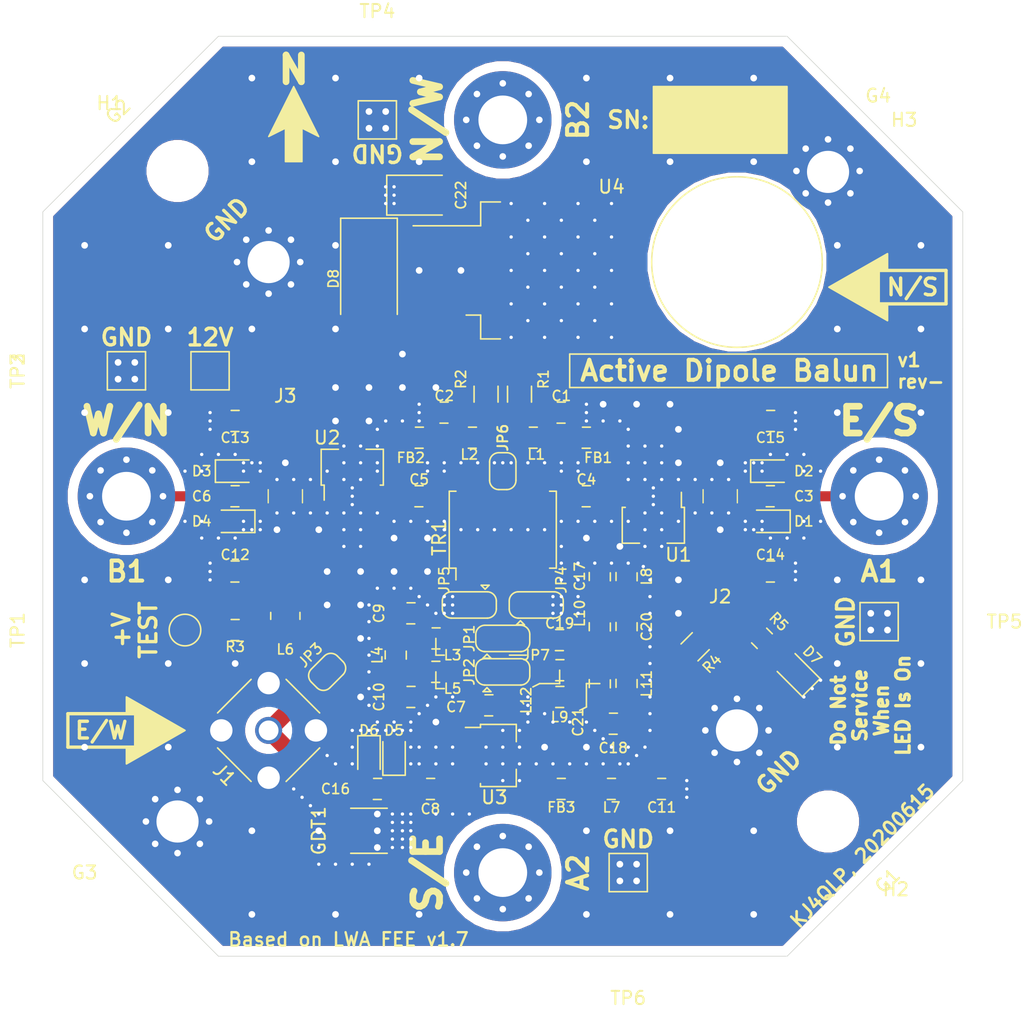
<source format=kicad_pcb>
(kicad_pcb (version 20171130) (host pcbnew 5.1.6-c6e7f7d~86~ubuntu16.04.1)
  (title_block (title "Active Balun - Version 1") (date 2020-06-03) (rev -) (company "Amateur Radio") (comment 2 creativecommons.org/licenses/by/4.0/) (comment 3 "License: CC BY 4.0") (comment 4 "Author: Zach Leffke, KJ4QLP"))
  (layers (0 F.Cu signal) (31 B.Cu signal) (34 B.Paste user) (35 F.Paste user) (36 B.SilkS user) (37 F.SilkS user) (38 B.Mask user) (39 F.Mask user) (44 Edge.Cuts user))
  (net 0 "")
  (net 1 "Net-(A1-Pad1)")
  (net 2 "Net-(B1-Pad1)")
  (net 3 "Net-(C1-Pad1)")
  (net 4 GND)
  (net 5 "Net-(C2-Pad2)")
  (net 6 "Net-(C3-Pad1)")
  (net 7 "Net-(C4-Pad1)")
  (net 8 "Net-(C4-Pad2)")
  (net 9 "Net-(C5-Pad1)")
  (net 10 "Net-(C5-Pad2)")
  (net 11 "Net-(C6-Pad2)")
  (net 12 "Net-(C7-Pad1)")
  (net 13 "Net-(C7-Pad2)")
  (net 14 "Net-(C8-Pad1)")
  (net 15 "Net-(C9-Pad2)")
  (net 16 "Net-(C10-Pad2)")
  (net 17 "Net-(C12-Pad2)")
  (net 18 "Net-(FB1-Pad1)")
  (net 19 "Net-(FB2-Pad1)")
  (net 20 "Net-(FB3-Pad2)")
  (net 21 +8V)
  (net 22 "Net-(R3-Pad1)")
  (net 23 "Net-(D7-Pad2)")
  (net 24 "Net-(A2-Pad1)")
  (net 25 "Net-(B2-Pad1)")
  (net 26 "Net-(JP1-Pad2)")
  (net 27 "Net-(JP1-Pad1)")
  (net 28 "Net-(JP2-Pad1)")
  (net 29 "Net-(C16-Pad1)")
  (net 30 "Net-(C11-Pad1)")
  (net 31 VCC)
  (net 32 "Net-(C14-Pad2)")
  (net 33 "Net-(C16-Pad2)")
  (net 34 "Net-(JP4-Pad2)")
  (net 35 "Net-(JP5-Pad2)")
  (net 36 "Net-(JP6-Pad2)")
  (net 37 "Net-(C17-Pad1)")
  (net 38 "Net-(C18-Pad1)")
  (net 39 "Net-(C19-Pad1)")
  (net 40 "Net-(C19-Pad2)")
  (net 41 "Net-(C20-Pad2)")
  (net 42 "Net-(C21-Pad2)")
  (net 43 "Net-(JP2-Pad3)")
  (net 44 "Net-(C13-Pad2)")
  (net 45 "Net-(C22-Pad2)")
  (module TestPoint:TestPoint_Pad_2.5x2.5mm (layer F.Cu) (at 117.475 136.525)
    (fp_text reference TP6 (at 0 9.525) (layer F.SilkS))
    (fp_text value GND)
    (pad 1 smd rect (at 0 0) (size 2.5 2.5) (layers F.Cu F.Mask) (net 4 GND))
  )
  (module TestPoint:TestPoint_Pad_2.5x2.5mm (layer F.Cu) (at 136.525 117.475)
    (fp_text reference TP5 (at 9.525 0) (layer F.SilkS))
    (fp_text value GND)
    (pad 1 smd rect (at 0 0) (size 2.5 2.5) (layers F.Cu F.Mask) (net 4 GND))
  )
  (module TestPoint:TestPoint_Pad_2.5x2.5mm (layer F.Cu) (at 98.425 79.375)
    (fp_text reference TP4 (at 0 -8.255) (layer F.SilkS))
    (fp_text value GND)
    (pad 1 smd rect (at 0 0) (size 2.5 2.5) (layers F.Cu F.Mask) (net 4 GND))
  )
  (module MountingHole:MountingHole_3.2mm_M3_Pad_Via (layer F.Cu) (at 132.645704 83.254296)
    (fp_text reference G4 (at 3.81 -5.715) (layer F.SilkS))
    (fp_text value GND)
    (pad 1 thru_hole circle (at 1.697056 -1.697056) (size 0.8 0.8) (drill 0.5) (layers *.Cu *.Mask) (net 4 GND))
    (pad 1 thru_hole circle (at 0 -2.4) (size 0.8 0.8) (drill 0.5) (layers *.Cu *.Mask) (net 4 GND))
    (pad 1 thru_hole circle (at -1.697056 -1.697056) (size 0.8 0.8) (drill 0.5) (layers *.Cu *.Mask) (net 4 GND))
    (pad 1 thru_hole circle (at -2.4 0) (size 0.8 0.8) (drill 0.5) (layers *.Cu *.Mask) (net 4 GND))
    (pad 1 thru_hole circle (at -1.697056 1.697056) (size 0.8 0.8) (drill 0.5) (layers *.Cu *.Mask) (net 4 GND))
    (pad 1 thru_hole circle (at 0 2.4) (size 0.8 0.8) (drill 0.5) (layers *.Cu *.Mask) (net 4 GND))
    (pad 1 thru_hole circle (at 1.697056 1.697056) (size 0.8 0.8) (drill 0.5) (layers *.Cu *.Mask) (net 4 GND))
    (pad 1 thru_hole circle (at 2.4 0) (size 0.8 0.8) (drill 0.5) (layers *.Cu *.Mask) (net 4 GND))
    (pad 1 thru_hole circle (at 0 0.069296) (size 6.4 6.4) (drill 3.200001) (layers *.Cu *.Mask) (net 4 GND))
  )
  (module MountingHole:MountingHole_3.2mm_M3_Pad_Via (layer F.Cu) (at 83.254296 132.645704)
    (fp_text reference G3 (at -7.054296 3.879296) (layer F.SilkS))
    (fp_text value GND)
    (pad 1 thru_hole circle (at 1.697056 -1.697056) (size 0.8 0.8) (drill 0.5) (layers *.Cu *.Mask) (net 4 GND))
    (pad 1 thru_hole circle (at 0 -2.4) (size 0.8 0.8) (drill 0.5) (layers *.Cu *.Mask) (net 4 GND))
    (pad 1 thru_hole circle (at -1.697056 -1.697056) (size 0.8 0.8) (drill 0.5) (layers *.Cu *.Mask) (net 4 GND))
    (pad 1 thru_hole circle (at -2.4 0) (size 0.8 0.8) (drill 0.5) (layers *.Cu *.Mask) (net 4 GND))
    (pad 1 thru_hole circle (at -1.697056 1.697056) (size 0.8 0.8) (drill 0.5) (layers *.Cu *.Mask) (net 4 GND))
    (pad 1 thru_hole circle (at 0 2.4) (size 0.8 0.8) (drill 0.5) (layers *.Cu *.Mask) (net 4 GND))
    (pad 1 thru_hole circle (at 1.697056 1.697056) (size 0.8 0.8) (drill 0.5) (layers *.Cu *.Mask) (net 4 GND))
    (pad 1 thru_hole circle (at 2.4 0) (size 0.8 0.8) (drill 0.5) (layers *.Cu *.Mask) (net 4 GND))
    (pad 1 thru_hole circle (at 0 0) (size 6.4 6.4) (drill 3.2) (layers *.Cu *.Mask) (net 4 GND))
  )
  (module digikey-footprints:0805 (layer F.Cu) (at 128.27 102.235 180)
    (fp_text reference C15 (at 0 -1.27) (layer F.SilkS) (effects (font (size 0.762 0.762) (thickness 0.127))))
    (fp_text value .1uF)
    (pad 1 smd rect (at -1.05 0 180) (size 1.2 1.2) (layers F.Cu F.Paste F.Mask) (net 4 GND))
    (pad 2 smd rect (at 1.05 0 180) (size 1.2 1.2) (layers F.Cu F.Paste F.Mask) (net 21 +8V))
  )
  (module NetTie:NetTie-2_SMD_Pad0.5mm (layer F.Cu) (at 107.95 120.015 270)
    (fp_text reference JP7 (at 0 -2.54 180) (layer F.SilkS) (effects (font (size 0.762 0.762) (thickness 0.127))))
    (fp_text value " ")
    (fp_poly (pts (xy -0.5 -0.25) (xy 0.5 -0.25) (xy 0.5 0.25) (xy -0.5 0.25)) (layer F.Cu) (width 0))
    (pad 2 smd circle (at 0.5 0 270) (size 0.5 0.5) (layers F.Cu) (net 13 "Net-(C7-Pad2)"))
    (pad 1 smd circle (at -0.5 0 270) (size 0.5 0.5) (layers F.Cu) (net 26 "Net-(JP1-Pad2)"))
  )
  (module MountingHole:MountingHole_3.2mm_M3 (layer F.Cu) (at 125.73 90.17)
    (fp_text reference H3 (at 12.7 -10.795) (layer F.SilkS))
    (fp_text value conn_pass)
    (pad "" np_thru_hole circle (at 0 0) (size 12.065 12.065) (drill 12.065) (layers *.Cu *.Mask))
  )
  (module digikey-footprints:0805 (layer F.Cu) (at 115.316 122.174 90)
    (fp_text reference C21 (at -2.921 -1.651 90) (layer F.SilkS) (effects (font (size 0.762 0.762) (thickness 0.127))))
    (fp_text value 4700pF)
    (pad 1 smd rect (at -1.05 0 90) (size 1.2 1.2) (layers F.Cu F.Paste F.Mask) (net 38 "Net-(C18-Pad1)"))
    (pad 2 smd rect (at 1.05 0 90) (size 1.2 1.2) (layers F.Cu F.Paste F.Mask) (net 42 "Net-(C21-Pad2)"))
  )
  (module digikey-footprints:0805 (layer F.Cu) (at 117.348 117.856 270)
    (fp_text reference C20 (at 0 -1.524 90) (layer F.SilkS) (effects (font (size 0.762 0.762) (thickness 0.127))))
    (fp_text value 1500pF)
    (pad 1 smd rect (at -1.05 0 270) (size 1.2 1.2) (layers F.Cu F.Paste F.Mask) (net 37 "Net-(C17-Pad1)"))
    (pad 2 smd rect (at 1.05 0 270) (size 1.2 1.2) (layers F.Cu F.Paste F.Mask) (net 41 "Net-(C20-Pad2)"))
  )
  (module digikey-footprints:0805 (layer F.Cu) (at 112.268 118.872)
    (fp_text reference C19 (at 0 -1.27) (layer F.SilkS) (effects (font (size 0.762 0.762) (thickness 0.127))))
    (fp_text value 4700pF)
    (pad 1 smd rect (at -1.05 0) (size 1.2 1.2) (layers F.Cu F.Paste F.Mask) (net 39 "Net-(C19-Pad1)"))
    (pad 2 smd rect (at 1.05 0) (size 1.2 1.2) (layers F.Cu F.Paste F.Mask) (net 40 "Net-(C19-Pad2)"))
  )
  (module digikey-footprints:0805 (layer F.Cu) (at 116.332 125.222 180)
    (fp_text reference C18 (at 0 -1.84) (layer F.SilkS) (effects (font (size 0.762 0.762) (thickness 0.127))))
    (fp_text value 100pF)
    (pad 1 smd rect (at -1.05 0 180) (size 1.2 1.2) (layers F.Cu F.Paste F.Mask) (net 38 "Net-(C18-Pad1)"))
    (pad 2 smd rect (at 1.05 0 180) (size 1.2 1.2) (layers F.Cu F.Paste F.Mask) (net 4 GND))
  )
  (module digikey-footprints:0805 (layer F.Cu) (at 115.316 114.046 90)
    (fp_text reference C17 (at 0 -1.524 90) (layer F.SilkS) (effects (font (size 0.762 0.762) (thickness 0.127))))
    (fp_text value 100pF)
    (pad 1 smd rect (at -1.05 0 90) (size 1.2 1.2) (layers F.Cu F.Paste F.Mask) (net 37 "Net-(C17-Pad1)"))
    (pad 2 smd rect (at 1.05 0 90) (size 1.2 1.2) (layers F.Cu F.Paste F.Mask) (net 4 GND))
  )
  (module digikey-footprints:0805 (layer F.Cu) (at 98.425 130.175 180)
    (fp_text reference C16 (at 3.175 0) (layer F.SilkS) (effects (font (size 0.762 0.762) (thickness 0.127))))
    (fp_text value .1uF)
    (pad 1 smd rect (at -1.05 0 180) (size 1.2 1.2) (layers F.Cu F.Paste F.Mask) (net 29 "Net-(C16-Pad1)"))
    (pad 2 smd rect (at 1.05 0 180) (size 1.2 1.2) (layers F.Cu F.Paste F.Mask) (net 33 "Net-(C16-Pad2)"))
  )
  (module digikey-footprints:0805 (layer F.Cu) (at 128.27 113.665 180)
    (fp_text reference C14 (at 0 1.27) (layer F.SilkS) (effects (font (size 0.762 0.762) (thickness 0.127))))
    (fp_text value .1uF)
    (pad 1 smd rect (at -1.05 0 180) (size 1.2 1.2) (layers F.Cu F.Paste F.Mask) (net 4 GND))
    (pad 2 smd rect (at 1.05 0 180) (size 1.2 1.2) (layers F.Cu F.Paste F.Mask) (net 32 "Net-(C14-Pad2)"))
  )
  (module digikey-footprints:0805 (layer F.Cu) (at 87.63 102.235)
    (fp_text reference C13 (at 0 1.27) (layer F.SilkS) (effects (font (size 0.762 0.762) (thickness 0.127))))
    (fp_text value .1uF)
    (pad 1 smd rect (at -1.05 0) (size 1.2 1.2) (layers F.Cu F.Paste F.Mask) (net 4 GND))
    (pad 2 smd rect (at 1.05 0) (size 1.2 1.2) (layers F.Cu F.Paste F.Mask) (net 44 "Net-(C13-Pad2)"))
  )
  (module digikey-footprints:0805 (layer F.Cu) (at 87.63 113.665)
    (fp_text reference C12 (at 0 -1.27) (layer F.SilkS) (effects (font (size 0.762 0.762) (thickness 0.127))))
    (fp_text value .1uF)
    (pad 1 smd rect (at -1.05 0) (size 1.2 1.2) (layers F.Cu F.Paste F.Mask) (net 4 GND))
    (pad 2 smd rect (at 1.05 0) (size 1.2 1.2) (layers F.Cu F.Paste F.Mask) (net 17 "Net-(C12-Pad2)"))
  )
  (module digikey-footprints:0805 (layer F.Cu) (at 120.015 130.175)
    (fp_text reference C11 (at 0 1.397) (layer F.SilkS) (effects (font (size 0.762 0.762) (thickness 0.127))))
    (fp_text value .1uF)
    (pad 1 smd rect (at -1.05 0) (size 1.2 1.2) (layers F.Cu F.Paste F.Mask) (net 30 "Net-(C11-Pad1)"))
    (pad 2 smd rect (at 1.05 0) (size 1.2 1.2) (layers F.Cu F.Paste F.Mask) (net 4 GND))
  )
  (module digikey-footprints:0805 (layer F.Cu) (at 100.965 123.19 180)
    (fp_text reference C10 (at 2.413 0 90) (layer F.SilkS) (effects (font (size 0.762 0.762) (thickness 0.127))))
    (fp_text value 100pF)
    (pad 1 smd rect (at -1.05 0 180) (size 1.2 1.2) (layers F.Cu F.Paste F.Mask) (net 4 GND))
    (pad 2 smd rect (at 1.05 0 180) (size 1.2 1.2) (layers F.Cu F.Paste F.Mask) (net 16 "Net-(C10-Pad2)"))
  )
  (module digikey-footprints:0805 (layer F.Cu) (at 100.965 116.84 180)
    (fp_text reference C9 (at 2.413 0 90) (layer F.SilkS) (effects (font (size 0.762 0.762) (thickness 0.127))))
    (fp_text value 100pF)
    (pad 1 smd rect (at -1.05 0 180) (size 1.2 1.2) (layers F.Cu F.Paste F.Mask) (net 4 GND))
    (pad 2 smd rect (at 1.05 0 180) (size 1.2 1.2) (layers F.Cu F.Paste F.Mask) (net 15 "Net-(C9-Pad2)"))
  )
  (module digikey-footprints:0805 (layer F.Cu) (at 102.455 130.175 180)
    (fp_text reference C8 (at 0 -1.524) (layer F.SilkS) (effects (font (size 0.762 0.762) (thickness 0.127))))
    (fp_text value .1uF)
    (pad 1 smd rect (at -1.05 0 180) (size 1.2 1.2) (layers F.Cu F.Paste F.Mask) (net 14 "Net-(C8-Pad1)"))
    (pad 2 smd rect (at 1.05 0 180) (size 1.2 1.2) (layers F.Cu F.Paste F.Mask) (net 29 "Net-(C16-Pad1)"))
  )
  (module digikey-footprints:0805 (layer F.Cu) (at 106.9 123.825)
    (fp_text reference C7 (at -2.506 0.127) (layer F.SilkS) (effects (font (size 0.762 0.762) (thickness 0.127))))
    (fp_text value .1uF)
    (pad 1 smd rect (at -1.05 0) (size 1.2 1.2) (layers F.Cu F.Paste F.Mask) (net 12 "Net-(C7-Pad1)"))
    (pad 2 smd rect (at 1.05 0) (size 1.2 1.2) (layers F.Cu F.Paste F.Mask) (net 13 "Net-(C7-Pad2)"))
  )
  (module digikey-footprints:0805 (layer F.Cu) (at 87.63 107.95)
    (fp_text reference C6 (at -2.54 0) (layer F.SilkS) (effects (font (size 0.762 0.762) (thickness 0.127))))
    (fp_text value 1000pF)
    (pad 1 smd rect (at -1.05 0) (size 1.2 1.2) (layers F.Cu F.Paste F.Mask) (net 2 "Net-(B1-Pad1)"))
    (pad 2 smd rect (at 1.05 0) (size 1.2 1.2) (layers F.Cu F.Paste F.Mask) (net 11 "Net-(C6-Pad2)"))
  )
  (module digikey-footprints:0805 (layer F.Cu) (at 101.6 107.95)
    (fp_text reference C5 (at 0 -1.27) (layer F.SilkS) (effects (font (size 0.762 0.762) (thickness 0.127))))
    (fp_text value .1uF)
    (pad 1 smd rect (at -1.05 0) (size 1.2 1.2) (layers F.Cu F.Paste F.Mask) (net 9 "Net-(C5-Pad1)"))
    (pad 2 smd rect (at 1.05 0) (size 1.2 1.2) (layers F.Cu F.Paste F.Mask) (net 10 "Net-(C5-Pad2)"))
  )
  (module digikey-footprints:0805 (layer F.Cu) (at 114.3 107.95)
    (fp_text reference C4 (at 0 -1.27) (layer F.SilkS) (effects (font (size 0.762 0.762) (thickness 0.127))))
    (fp_text value .1uF)
    (pad 1 smd rect (at -1.05 0) (size 1.2 1.2) (layers F.Cu F.Paste F.Mask) (net 7 "Net-(C4-Pad1)"))
    (pad 2 smd rect (at 1.05 0) (size 1.2 1.2) (layers F.Cu F.Paste F.Mask) (net 8 "Net-(C4-Pad2)"))
  )
  (module digikey-footprints:0805 (layer F.Cu) (at 128.27 107.95)
    (fp_text reference C3 (at 2.54 0) (layer F.SilkS) (effects (font (size 0.762 0.762) (thickness 0.127))))
    (fp_text value 1000pF)
    (pad 1 smd rect (at -1.05 0) (size 1.2 1.2) (layers F.Cu F.Paste F.Mask) (net 6 "Net-(C3-Pad1)"))
    (pad 2 smd rect (at 1.05 0) (size 1.2 1.2) (layers F.Cu F.Paste F.Mask) (net 1 "Net-(A1-Pad1)"))
  )
  (module digikey-footprints:0805 (layer F.Cu) (at 103.505 101.6)
    (fp_text reference C2 (at 0 -1.27) (layer F.SilkS) (effects (font (size 0.762 0.762) (thickness 0.127))))
    (fp_text value .1uF)
    (pad 1 smd rect (at -1.05 0) (size 1.2 1.2) (layers F.Cu F.Paste F.Mask) (net 4 GND))
    (pad 2 smd rect (at 1.05 0) (size 1.2 1.2) (layers F.Cu F.Paste F.Mask) (net 5 "Net-(C2-Pad2)"))
  )
  (module digikey-footprints:0805 (layer F.Cu) (at 112.395 101.6)
    (fp_text reference C1 (at 0 -1.27) (layer F.SilkS) (effects (font (size 0.762 0.762) (thickness 0.127))))
    (fp_text value .1uF)
    (pad 1 smd rect (at -1.05 0) (size 1.2 1.2) (layers F.Cu F.Paste F.Mask) (net 3 "Net-(C1-Pad1)"))
    (pad 2 smd rect (at 1.05 0) (size 1.2 1.2) (layers F.Cu F.Paste F.Mask) (net 4 GND))
  )
  (module Resistor_SMD:R_1206_3216Metric (layer F.Cu) (at 122.555 119.38 225)
    (fp_text reference R4 (at 0 -1.82 45) (layer F.SilkS) (effects (font (size 0.762 0.762) (thickness 0.127))))
    (fp_text value 33)
    (pad 2 smd roundrect (at 1.4 0 225) (size 1.25 1.75) (layers F.Cu F.Paste F.Mask) (roundrect_rratio 0.2) (net 30 "Net-(C11-Pad1)"))
    (pad 1 smd roundrect (at -1.4 0 225) (size 1.25 1.75) (layers F.Cu F.Paste F.Mask) (roundrect_rratio 0.2) (net 32 "Net-(C14-Pad2)"))
  )
  (module Resistor_SMD:R_1206_3216Metric (layer F.Cu) (at 106.68 100.2 270)
    (fp_text reference R2 (at -1.14 1.905 90) (layer F.SilkS) (effects (font (size 0.762 0.762) (thickness 0.127))))
    (fp_text value 30)
    (pad 2 smd roundrect (at 1.4 0 270) (size 1.25 1.75) (layers F.Cu F.Paste F.Mask) (roundrect_rratio 0.2) (net 5 "Net-(C2-Pad2)"))
    (pad 1 smd roundrect (at -1.4 0 270) (size 1.25 1.75) (layers F.Cu F.Paste F.Mask) (roundrect_rratio 0.2) (net 21 +8V))
  )
  (module Resistor_SMD:R_1206_3216Metric (layer F.Cu) (at 109.22 100.2 270)
    (fp_text reference R1 (at -1.14 -1.82 90) (layer F.SilkS) (effects (font (size 0.762 0.762) (thickness 0.127))))
    (fp_text value 30)
    (pad 2 smd roundrect (at 1.4 0 270) (size 1.25 1.75) (layers F.Cu F.Paste F.Mask) (roundrect_rratio 0.2) (net 3 "Net-(C1-Pad1)"))
    (pad 1 smd roundrect (at -1.4 0 270) (size 1.25 1.75) (layers F.Cu F.Paste F.Mask) (roundrect_rratio 0.2) (net 21 +8V))
  )
  (module digikey-footprints:0805 (layer F.Cu) (at 112.268 121.158 180)
    (fp_text reference L12 (at 2.54 -2.286 270) (layer F.SilkS) (effects (font (size 0.762 0.762) (thickness 0.127))))
    (fp_text value 100nH)
    (pad 1 smd rect (at -1.05 0 180) (size 1.2 1.2) (layers F.Cu F.Paste F.Mask) (net 42 "Net-(C21-Pad2)"))
    (pad 2 smd rect (at 1.05 0 180) (size 1.2 1.2) (layers F.Cu F.Paste F.Mask) (net 43 "Net-(JP2-Pad3)"))
  )
  (module digikey-footprints:0805 (layer F.Cu) (at 117.348 122.174 270)
    (fp_text reference L11 (at 0 -1.524 90) (layer F.SilkS) (effects (font (size 0.762 0.762) (thickness 0.127))))
    (fp_text value 330nH)
    (pad 1 smd rect (at -1.05 0 270) (size 1.2 1.2) (layers F.Cu F.Paste F.Mask) (net 41 "Net-(C20-Pad2)"))
    (pad 2 smd rect (at 1.05 0 270) (size 1.2 1.2) (layers F.Cu F.Paste F.Mask) (net 38 "Net-(C18-Pad1)"))
  )
  (module digikey-footprints:0805 (layer F.Cu) (at 115.316 117.856 90)
    (fp_text reference L10 (at 1.016 -1.524 90) (layer F.SilkS) (effects (font (size 0.762 0.762) (thickness 0.127))))
    (fp_text value 100nH)
    (pad 1 smd rect (at -1.05 0 90) (size 1.2 1.2) (layers F.Cu F.Paste F.Mask) (net 40 "Net-(C19-Pad2)"))
    (pad 2 smd rect (at 1.05 0 90) (size 1.2 1.2) (layers F.Cu F.Paste F.Mask) (net 37 "Net-(C17-Pad1)"))
  )
  (module digikey-footprints:0805 (layer F.Cu) (at 112.268 123.19 180)
    (fp_text reference L9 (at 0 -1.524) (layer F.SilkS) (effects (font (size 0.762 0.762) (thickness 0.127))))
    (fp_text value 4.7uH)
    (pad 1 smd rect (at -1.05 0 180) (size 1.2 1.2) (layers F.Cu F.Paste F.Mask) (net 38 "Net-(C18-Pad1)"))
    (pad 2 smd rect (at 1.05 0 180) (size 1.2 1.2) (layers F.Cu F.Paste F.Mask) (net 4 GND))
  )
  (module digikey-footprints:0805 (layer F.Cu) (at 117.348 114.046 90)
    (fp_text reference L8 (at 0 1.524 90) (layer F.SilkS) (effects (font (size 0.762 0.762) (thickness 0.127))))
    (fp_text value 4.7uH)
    (pad 1 smd rect (at -1.05 0 90) (size 1.2 1.2) (layers F.Cu F.Paste F.Mask) (net 37 "Net-(C17-Pad1)"))
    (pad 2 smd rect (at 1.05 0 90) (size 1.2 1.2) (layers F.Cu F.Paste F.Mask) (net 4 GND))
  )
  (module Jumper:SolderJumper-3_P1.3mm_Open_RoundedPad1.0x1.5mm (layer F.Cu) (at 105.41 116.205 180)
    (fp_text reference JP5 (at 1.905 1.905 270) (layer F.SilkS) (effects (font (size 0.762 0.762) (thickness 0.127))))
    (fp_text value " ")
    (pad 2 smd rect (at 0 0 180) (size 1 1.5) (layers F.Cu F.Mask) (net 35 "Net-(JP5-Pad2)"))
    (pad 3 smd custom (at 1.3 0 180) (size 1 0.5) (layers F.Cu F.Mask) (net 4 GND) (options (clearance outline) (anchor rect)) (primitives (gr_circle (center 0 0.25) (end 0.5 0.25) (width 0)) (gr_circle (center 0 -0.25) (end 0.5 -0.25) (width 0)) (gr_poly (pts (xy -0.55 -0.75) (xy 0 -0.75) (xy 0 0.75) (xy -0.55 0.75)) (width 0))))
    (pad 1 smd custom (at -1.3 0 180) (size 1 0.5) (layers F.Cu F.Mask) (net 26 "Net-(JP1-Pad2)") (options (clearance outline) (anchor rect)) (primitives (gr_circle (center 0 0.25) (end 0.5 0.25) (width 0)) (gr_circle (center 0 -0.25) (end 0.5 -0.25) (width 0)) (gr_poly (pts (xy 0.55 -0.75) (xy 0 -0.75) (xy 0 0.75) (xy 0.55 0.75)) (width 0))))
  )
  (module Jumper:SolderJumper-3_P1.3mm_Open_RoundedPad1.0x1.5mm (layer F.Cu) (at 110.49 116.205)
    (fp_text reference JP4 (at 1.905 -1.905 90) (layer F.SilkS) (effects (font (size 0.762 0.762) (thickness 0.127))))
    (fp_text value " ")
    (pad 2 smd rect (at 0 0) (size 1 1.5) (layers F.Cu F.Mask) (net 34 "Net-(JP4-Pad2)"))
    (pad 3 smd custom (at 1.3 0) (size 1 0.5) (layers F.Cu F.Mask) (net 4 GND) (options (clearance outline) (anchor rect)) (primitives (gr_circle (center 0 0.25) (end 0.5 0.25) (width 0)) (gr_circle (center 0 -0.25) (end 0.5 -0.25) (width 0)) (gr_poly (pts (xy -0.55 -0.75) (xy 0 -0.75) (xy 0 0.75) (xy -0.55 0.75)) (width 0))))
    (pad 1 smd custom (at -1.3 0) (size 1 0.5) (layers F.Cu F.Mask) (net 26 "Net-(JP1-Pad2)") (options (clearance outline) (anchor rect)) (primitives (gr_circle (center 0 0.25) (end 0.5 0.25) (width 0)) (gr_circle (center 0 -0.25) (end 0.5 -0.25) (width 0)) (gr_poly (pts (xy 0.55 -0.75) (xy 0 -0.75) (xy 0 0.75) (xy 0.55 0.75)) (width 0))))
  )
  (module Jumper:SolderJumper-3_P1.3mm_Open_RoundedPad1.0x1.5mm (layer F.Cu) (at 107.95 121.285)
    (fp_text reference JP2 (at -2.54 0 90) (layer F.SilkS) (effects (font (size 0.762 0.762) (thickness 0.127))))
    (fp_text value " ")
    (pad 2 smd rect (at 0 0) (size 1 1.5) (layers F.Cu F.Mask) (net 13 "Net-(C7-Pad2)"))
    (pad 3 smd custom (at 1.3 0) (size 1 0.5) (layers F.Cu F.Mask) (net 43 "Net-(JP2-Pad3)") (options (clearance outline) (anchor rect)) (primitives (gr_circle (center 0 0.25) (end 0.5 0.25) (width 0)) (gr_circle (center 0 -0.25) (end 0.5 -0.25) (width 0)) (gr_poly (pts (xy -0.55 -0.75) (xy 0 -0.75) (xy 0 0.75) (xy -0.55 0.75)) (width 0))))
    (pad 1 smd custom (at -1.3 0) (size 1 0.5) (layers F.Cu F.Mask) (net 28 "Net-(JP2-Pad1)") (options (clearance outline) (anchor rect)) (primitives (gr_circle (center 0 0.25) (end 0.5 0.25) (width 0)) (gr_circle (center 0 -0.25) (end 0.5 -0.25) (width 0)) (gr_poly (pts (xy 0.55 -0.75) (xy 0 -0.75) (xy 0 0.75) (xy 0.55 0.75)) (width 0))))
  )
  (module Jumper:SolderJumper-3_P1.3mm_Open_RoundedPad1.0x1.5mm (layer F.Cu) (at 107.95 118.745)
    (fp_text reference JP1 (at -2.54 0 90) (layer F.SilkS) (effects (font (size 0.762 0.762) (thickness 0.127))))
    (fp_text value " ")
    (pad 2 smd rect (at 0 0) (size 1 1.5) (layers F.Cu F.Mask) (net 26 "Net-(JP1-Pad2)"))
    (pad 3 smd custom (at 1.3 0) (size 1 0.5) (layers F.Cu F.Mask) (net 39 "Net-(C19-Pad1)") (options (clearance outline) (anchor rect)) (primitives (gr_circle (center 0 0.25) (end 0.5 0.25) (width 0)) (gr_circle (center 0 -0.25) (end 0.5 -0.25) (width 0)) (gr_poly (pts (xy -0.55 -0.75) (xy 0 -0.75) (xy 0 0.75) (xy -0.55 0.75)) (width 0))))
    (pad 1 smd custom (at -1.3 0) (size 1 0.5) (layers F.Cu F.Mask) (net 27 "Net-(JP1-Pad1)") (options (clearance outline) (anchor rect)) (primitives (gr_circle (center 0 0.25) (end 0.5 0.25) (width 0)) (gr_circle (center 0 -0.25) (end 0.5 -0.25) (width 0)) (gr_poly (pts (xy 0.55 -0.75) (xy 0 -0.75) (xy 0 0.75) (xy 0.55 0.75)) (width 0))))
  )
  (module digikey-footprints:0805 (layer F.Cu) (at 127.635 118.745 315)
    (fp_text reference R5 (at 0 -1.796051 135) (layer F.SilkS) (effects (font (size 0.762 0.762) (thickness 0.127))))
    (fp_text value 470)
    (pad 1 smd rect (at -1.05 0 315) (size 1.2 1.2) (layers F.Cu F.Paste F.Mask) (net 32 "Net-(C14-Pad2)"))
    (pad 2 smd rect (at 1.05 0 315) (size 1.2 1.2) (layers F.Cu F.Paste F.Mask) (net 23 "Net-(D7-Pad2)"))
  )
  (module Package_TO_SOT_SMD:SOT-89-3 (layer F.Cu) (at 107.315 127.635)
    (fp_text reference U3 (at 0 3.175) (layer F.SilkS))
    (fp_text value GALI-6)
    (pad 2 smd custom (at -1.5625 0) (size 1.475 0.9) (layers F.Cu F.Paste F.Mask) (net 4 GND) (options (clearance outline) (anchor rect)) (primitives (gr_poly (pts (xy 0.7375 -0.8665) (xy 3.8625 -0.8665) (xy 3.8625 0.8665) (xy 0.7375 0.8665)) (width 0))))
    (pad 3 smd rect (at -1.65 1.5) (size 1.3 0.9) (layers F.Cu F.Paste F.Mask) (net 14 "Net-(C8-Pad1)"))
    (pad 1 smd rect (at -1.65 -1.5) (size 1.3 0.9) (layers F.Cu F.Paste F.Mask) (net 12 "Net-(C7-Pad1)"))
  )
  (module Package_TO_SOT_SMD:TO-263-2 (layer F.Cu) (at 109.22 90.805)
    (fp_text reference U4 (at 6.985 -6.35) (layer F.SilkS))
    (fp_text value L7808)
    (pad 2 smd rect (at 3.375 0) (size 9.4 10.8) (layers F.Cu F.Mask) (net 4 GND))
    (pad 3 smd rect (at -5.775 2.54) (size 4.6 1.1) (layers F.Cu F.Paste F.Mask) (net 21 +8V))
    (pad 1 smd rect (at -5.775 -2.54) (size 4.6 1.1) (layers F.Cu F.Paste F.Mask) (net 45 "Net-(C22-Pad2)"))
  )
  (module Inductor_SMD:L_1812_4532Metric (layer F.Cu) (at 97.79 133.35)
    (fp_text reference GDT1 (at -3.81 0 90) (layer F.SilkS))
    (fp_text value " ")
    (pad 2 smd roundrect (at 2.1375 0) (size 1.125 3.4) (layers F.Cu F.Paste F.Mask) (roundrect_rratio 0.222222) (net 4 GND))
    (pad 1 smd roundrect (at -2.1375 0) (size 1.125 3.4) (layers F.Cu F.Paste F.Mask) (roundrect_rratio 0.222222) (net 33 "Net-(C16-Pad2)"))
  )
  (module Inductor_SMD:L_1008_2520Metric (layer F.Cu) (at 91.44 117.035 90)
    (fp_text reference L6 (at -2.54 0 180) (layer F.SilkS) (effects (font (size 0.762 0.762) (thickness 0.127))))
    (fp_text value 4.7uH)
    (pad 2 smd roundrect (at 1.075 0 90) (size 1.25 2.2) (layers F.Cu F.Paste F.Mask) (roundrect_rratio 0.2) (net 17 "Net-(C12-Pad2)"))
    (pad 1 smd roundrect (at -1.075 0 90) (size 1.25 2.2) (layers F.Cu F.Paste F.Mask) (roundrect_rratio 0.2) (net 31 VCC))
  )
  (module Diode_SMD:D_SMB_Handsoldering (layer F.Cu) (at 97.79 91.44 270)
    (fp_text reference D8 (at 0 2.694077 90) (layer F.SilkS) (effects (font (size 0.762 0.762) (thickness 0.127))))
    (fp_text value MBRS2040LT3G)
    (pad 2 smd rect (at 2.7 0 270) (size 3.5 2.3) (layers F.Cu F.Paste F.Mask) (net 44 "Net-(C13-Pad2)"))
    (pad 1 smd rect (at -2.7 0 270) (size 3.5 2.3) (layers F.Cu F.Paste F.Mask) (net 45 "Net-(C22-Pad2)"))
  )
  (module Jumper:SolderJumper-2_P1.3mm_Open_RoundedPad1.0x1.5mm (layer F.Cu) (at 94.615 121.285 225)
    (fp_text reference JP3 (at 0 1.796051 45) (layer F.SilkS) (effects (font (size 0.762 0.762) (thickness 0.127))))
    (fp_text value " ")
    (pad 2 smd custom (at 0.65 0 225) (size 1 0.5) (layers F.Cu F.Mask) (net 33 "Net-(C16-Pad2)") (options (clearance outline) (anchor rect)) (primitives (gr_circle (center 0 0.25) (end 0.5 0.25) (width 0)) (gr_circle (center 0 -0.25) (end 0.5 -0.25) (width 0)) (gr_poly (pts (xy 0 -0.75) (xy -0.5 -0.75) (xy -0.5 0.75) (xy 0 0.75)) (width 0))))
    (pad 1 smd custom (at -0.65 0 225) (size 1 0.5) (layers F.Cu F.Mask) (net 31 VCC) (options (clearance outline) (anchor rect)) (primitives (gr_circle (center 0 0.25) (end 0.5 0.25) (width 0)) (gr_circle (center 0 -0.25) (end 0.5 -0.25) (width 0)) (gr_poly (pts (xy 0 -0.75) (xy 0.5 -0.75) (xy 0.5 0.75) (xy 0 0.75)) (width 0))))
  )
  (module Jumper:SolderJumper-2_P1.3mm_Open_RoundedPad1.0x1.5mm (layer F.Cu) (at 107.95 106.045 270)
    (fp_text reference JP6 (at -2.54 0 270) (layer F.SilkS) (effects (font (size 0.762 0.762))))
    (fp_text value " ")
    (pad 2 smd custom (at 0.65 0 270) (size 1 0.5) (layers F.Cu F.Mask) (net 36 "Net-(JP6-Pad2)") (options (clearance outline) (anchor rect)) (primitives (gr_circle (center 0 0.25) (end 0.5 0.25) (width 0)) (gr_circle (center 0 -0.25) (end 0.5 -0.25) (width 0)) (gr_poly (pts (xy 0 -0.75) (xy -0.5 -0.75) (xy -0.5 0.75) (xy 0 0.75)) (width 0))))
    (pad 1 smd custom (at -0.65 0 270) (size 1 0.5) (layers F.Cu F.Mask) (net 4 GND) (options (clearance outline) (anchor rect)) (primitives (gr_circle (center 0 0.25) (end 0.5 0.25) (width 0)) (gr_circle (center 0 -0.25) (end 0.5 -0.25) (width 0)) (gr_poly (pts (xy 0 -0.75) (xy 0.5 -0.75) (xy 0.5 0.75) (xy 0 0.75)) (width 0))))
  )
  (module digikey-footprints:0805 (layer F.Cu) (at 112.395 130.175)
    (fp_text reference FB3 (at 0 1.397) (layer F.SilkS) (effects (font (size 0.762 0.762) (thickness 0.127))))
    (fp_text value FBval)
    (pad 1 smd rect (at -1.05 0) (size 1.2 1.2) (layers F.Cu F.Paste F.Mask) (net 14 "Net-(C8-Pad1)"))
    (pad 2 smd rect (at 1.05 0) (size 1.2 1.2) (layers F.Cu F.Paste F.Mask) (net 20 "Net-(FB3-Pad2)"))
  )
  (module Diode_SMD:D_SOD-323 (layer F.Cu) (at 97.79 127.635 270)
    (fp_text reference D6 (at -1.905 0 180) (layer F.SilkS) (effects (font (size 0.762 0.762) (thickness 0.127))))
    (fp_text value 1N4148WS)
    (pad 2 smd rect (at 1.05 0 270) (size 0.6 0.45) (layers F.Cu F.Paste F.Mask) (net 29 "Net-(C16-Pad1)"))
    (pad 1 smd rect (at -1.05 0 270) (size 0.6 0.45) (layers F.Cu F.Paste F.Mask) (net 4 GND))
  )
  (module Diode_SMD:D_SOD-323 (layer F.Cu) (at 99.695 127.635 90)
    (fp_text reference D5 (at 1.905 0 180) (layer F.SilkS) (effects (font (size 0.762 0.762) (thickness 0.127))))
    (fp_text value 1N4148WS)
    (pad 2 smd rect (at 1.05 0 90) (size 0.6 0.45) (layers F.Cu F.Paste F.Mask) (net 4 GND))
    (pad 1 smd rect (at -1.05 0 90) (size 0.6 0.45) (layers F.Cu F.Paste F.Mask) (net 29 "Net-(C16-Pad1)"))
  )
  (module Diode_SMD:D_SOD-323 (layer F.Cu) (at 87.63 109.855 180)
    (fp_text reference D4 (at 2.54 0) (layer F.SilkS) (effects (font (size 0.762 0.762) (thickness 0.127))))
    (fp_text value 1N4148WS)
    (pad 2 smd rect (at 1.05 0 180) (size 0.6 0.45) (layers F.Cu F.Paste F.Mask) (net 2 "Net-(B1-Pad1)"))
    (pad 1 smd rect (at -1.05 0 180) (size 0.6 0.45) (layers F.Cu F.Paste F.Mask) (net 4 GND))
  )
  (module Diode_SMD:D_SOD-323 (layer F.Cu) (at 87.63 106.045)
    (fp_text reference D3 (at -2.54 0) (layer F.SilkS) (effects (font (size 0.762 0.762) (thickness 0.127))))
    (fp_text value 1N4148WS)
    (pad 2 smd rect (at 1.05 0) (size 0.6 0.45) (layers F.Cu F.Paste F.Mask) (net 4 GND))
    (pad 1 smd rect (at -1.05 0) (size 0.6 0.45) (layers F.Cu F.Paste F.Mask) (net 2 "Net-(B1-Pad1)"))
  )
  (module Diode_SMD:D_SOD-323 (layer F.Cu) (at 128.27 106.045)
    (fp_text reference D2 (at 2.54 0) (layer F.SilkS) (effects (font (size 0.762 0.762) (thickness 0.127))))
    (fp_text value 1N4148WS)
    (pad 2 smd rect (at 1.05 0) (size 0.6 0.45) (layers F.Cu F.Paste F.Mask) (net 1 "Net-(A1-Pad1)"))
    (pad 1 smd rect (at -1.05 0) (size 0.6 0.45) (layers F.Cu F.Paste F.Mask) (net 4 GND))
  )
  (module Diode_SMD:D_SOD-323 (layer F.Cu) (at 128.27 109.855 180)
    (fp_text reference D1 (at -2.54 0) (layer F.SilkS) (effects (font (size 0.762 0.762) (thickness 0.127))))
    (fp_text value 1N4148WS)
    (pad 2 smd rect (at 1.05 0 180) (size 0.6 0.45) (layers F.Cu F.Paste F.Mask) (net 4 GND))
    (pad 1 smd rect (at -1.05 0 180) (size 0.6 0.45) (layers F.Cu F.Paste F.Mask) (net 1 "Net-(A1-Pad1)"))
  )
  (module TestPoint:TestPoint_Pad_2.5x2.5mm (layer F.Cu) (at 79.375 98.425 90)
    (fp_text reference TP3 (at 0 -8.255 90) (layer F.SilkS))
    (fp_text value GND)
    (pad 1 smd rect (at 0 0 90) (size 2.5 2.5) (layers F.Cu F.Mask) (net 4 GND))
  )
  (module TestPoint:TestPoint_Pad_2.5x2.5mm (layer F.Cu) (at 85.725 98.425 90)
    (fp_text reference TP2 (at 0 -14.605 90) (layer F.SilkS))
    (fp_text value +V)
    (pad 1 smd rect (at 0 0 90) (size 2.5 2.5) (layers F.Cu F.Mask) (net 44 "Net-(C13-Pad2)"))
  )
  (module digikey-footprints:Jumper_Tin_P10.9mm (layer F.Cu) (at 124.46 107.95 270)
    (fp_text reference J2 (at 7.62 0 180) (layer F.SilkS))
    (fp_text value S1621-46R)
    (pad 2 smd rect (at 5.45 0 270) (size 2.4 2.8) (layers F.Cu F.Paste F.Mask) (net 32 "Net-(C14-Pad2)"))
    (pad 1 smd rect (at -5.45 0 270) (size 2.4 2.8) (layers F.Cu F.Paste F.Mask) (net 21 +8V))
  )
  (module digikey-footprints:Jumper_Tin_P10.9mm (layer F.Cu) (at 91.44 107.95 270)
    (fp_text reference J3 (at -7.62 0 180) (layer F.SilkS))
    (fp_text value S1621-46R)
    (pad 2 smd rect (at 5.45 0 270) (size 2.4 2.8) (layers F.Cu F.Paste F.Mask) (net 17 "Net-(C12-Pad2)"))
    (pad 1 smd rect (at -5.45 0 270) (size 2.4 2.8) (layers F.Cu F.Paste F.Mask) (net 44 "Net-(C13-Pad2)"))
  )
  (module Capacitor_Tantalum_SMD:CP_EIA-3528-15_AVX-H (layer F.Cu) (at 101.6 85.09)
    (fp_text reference C22 (at 3.175 0 90) (layer F.SilkS) (effects (font (size 0.762 0.762) (thickness 0.127))))
    (fp_text value 10uF)
    (pad 2 smd roundrect (at 1.5375 0) (size 1.325 2.35) (layers F.Cu F.Paste F.Mask) (roundrect_rratio 0.188679) (net 45 "Net-(C22-Pad2)"))
    (pad 1 smd roundrect (at -1.5375 0) (size 1.325 2.35) (layers F.Cu F.Paste F.Mask) (roundrect_rratio 0.188679) (net 4 GND))
  )
  (module MountingHole:MountingHole_3.2mm_M3_Pad_Via (layer F.Cu) (at 90.17 90.17)
    (fp_text reference G2 (at -11.43 -11.43 45) (layer F.SilkS))
    (fp_text value GND)
    (pad 1 thru_hole circle (at 1.697056 -1.697056) (size 0.8 0.8) (drill 0.5) (layers *.Cu *.Mask) (net 4 GND))
    (pad 1 thru_hole circle (at 0 -2.4) (size 0.8 0.8) (drill 0.5) (layers *.Cu *.Mask) (net 4 GND))
    (pad 1 thru_hole circle (at -1.697056 -1.697056) (size 0.8 0.8) (drill 0.5) (layers *.Cu *.Mask) (net 4 GND))
    (pad 1 thru_hole circle (at -2.4 0) (size 0.8 0.8) (drill 0.5) (layers *.Cu *.Mask) (net 4 GND))
    (pad 1 thru_hole circle (at -1.697056 1.697056) (size 0.8 0.8) (drill 0.5) (layers *.Cu *.Mask) (net 4 GND))
    (pad 1 thru_hole circle (at 0 2.4) (size 0.8 0.8) (drill 0.5) (layers *.Cu *.Mask) (net 4 GND))
    (pad 1 thru_hole circle (at 1.697056 1.697056) (size 0.8 0.8) (drill 0.5) (layers *.Cu *.Mask) (net 4 GND))
    (pad 1 thru_hole circle (at 2.4 0) (size 0.8 0.8) (drill 0.5) (layers *.Cu *.Mask) (net 4 GND))
    (pad 1 thru_hole circle (at 0 0) (size 6.4 6.4) (drill 3.2) (layers *.Cu *.Mask) (net 4 GND))
  )
  (module MountingHole:MountingHole_3.2mm_M3_Pad_Via (layer F.Cu) (at 125.73 125.73)
    (fp_text reference G1 (at 11.43 11.43 45) (layer F.SilkS))
    (fp_text value GND)
    (pad 1 thru_hole circle (at 1.697056 -1.697056) (size 0.8 0.8) (drill 0.5) (layers *.Cu *.Mask) (net 4 GND))
    (pad 1 thru_hole circle (at 0 -2.4) (size 0.8 0.8) (drill 0.5) (layers *.Cu *.Mask) (net 4 GND))
    (pad 1 thru_hole circle (at -1.697056 -1.697056) (size 0.8 0.8) (drill 0.5) (layers *.Cu *.Mask) (net 4 GND))
    (pad 1 thru_hole circle (at -2.4 0) (size 0.8 0.8) (drill 0.5) (layers *.Cu *.Mask) (net 4 GND))
    (pad 1 thru_hole circle (at -1.697056 1.697056) (size 0.8 0.8) (drill 0.5) (layers *.Cu *.Mask) (net 4 GND))
    (pad 1 thru_hole circle (at 0 2.4) (size 0.8 0.8) (drill 0.5) (layers *.Cu *.Mask) (net 4 GND))
    (pad 1 thru_hole circle (at 1.697056 1.697056) (size 0.8 0.8) (drill 0.5) (layers *.Cu *.Mask) (net 4 GND))
    (pad 1 thru_hole circle (at 2.4 0) (size 0.8 0.8) (drill 0.5) (layers *.Cu *.Mask) (net 4 GND))
    (pad 1 thru_hole circle (at 0 0) (size 6.4 6.4) (drill 3.2) (layers *.Cu *.Mask) (net 4 GND))
  )
  (module MountingHole:MountingHole_3.2mm_M3 (layer F.Cu) (at 132.645704 132.645704)
    (fp_text reference H2 (at 5.149296 5.149296) (layer F.SilkS))
    (fp_text value MountingHole)
    (pad 1 np_thru_hole circle (at 0 0) (size 3.2 3.2) (drill 3.2) (layers *.Cu *.Mask))
  )
  (module MountingHole:MountingHole_3.2mm_M3 (layer F.Cu) (at 83.254296 83.254296)
    (fp_text reference H1 (at -5.149296 -5.149296) (layer F.SilkS))
    (fp_text value MountingHole)
    (pad 1 np_thru_hole circle (at 0 0) (size 3.2 3.2) (drill 3.2) (layers *.Cu *.Mask))
  )
  (module MountingHole:MountingHole_3.7mm_Pad_Via (layer F.Cu) (at 107.95 79.375)
    (fp_text reference B2 (at 5.715 0 90) (layer F.SilkS) (effects (font (size 1.524 1.524) (thickness 0.3048))))
    (fp_text value RIGHT)
    (pad 1 thru_hole circle (at 1.962221 -1.962221) (size 0.8 0.8) (drill 0.5) (layers *.Cu *.Mask) (net 25 "Net-(B2-Pad1)"))
    (pad 1 thru_hole circle (at 0 -2.775) (size 0.8 0.8) (drill 0.5) (layers *.Cu *.Mask) (net 25 "Net-(B2-Pad1)"))
    (pad 1 thru_hole circle (at -1.962221 -1.962221) (size 0.8 0.8) (drill 0.5) (layers *.Cu *.Mask) (net 25 "Net-(B2-Pad1)"))
    (pad 1 thru_hole circle (at -2.775 0) (size 0.8 0.8) (drill 0.5) (layers *.Cu *.Mask) (net 25 "Net-(B2-Pad1)"))
    (pad 1 thru_hole circle (at -1.962221 1.962221) (size 0.8 0.8) (drill 0.5) (layers *.Cu *.Mask) (net 25 "Net-(B2-Pad1)"))
    (pad 1 thru_hole circle (at 0 2.775) (size 0.8 0.8) (drill 0.5) (layers *.Cu *.Mask) (net 25 "Net-(B2-Pad1)"))
    (pad 1 thru_hole circle (at 1.962221 1.962221) (size 0.8 0.8) (drill 0.5) (layers *.Cu *.Mask) (net 25 "Net-(B2-Pad1)"))
    (pad 1 thru_hole circle (at 2.775 0) (size 0.8 0.8) (drill 0.5) (layers *.Cu *.Mask) (net 25 "Net-(B2-Pad1)"))
    (pad 1 thru_hole circle (at 0 0) (size 7.4 7.4) (drill 3.7) (layers *.Cu *.Mask) (net 25 "Net-(B2-Pad1)"))
  )
  (module MountingHole:MountingHole_3.7mm_Pad_Via (layer F.Cu) (at 107.95 136.525)
    (fp_text reference A2 (at 5.715 0 90 unlocked) (layer F.SilkS) (effects (font (size 1.524 1.524) (thickness 0.3048))))
    (fp_text value LEFT)
    (pad 1 thru_hole circle (at 1.962221 -1.962221) (size 0.8 0.8) (drill 0.5) (layers *.Cu *.Mask) (net 24 "Net-(A2-Pad1)"))
    (pad 1 thru_hole circle (at 0 -2.775) (size 0.8 0.8) (drill 0.5) (layers *.Cu *.Mask) (net 24 "Net-(A2-Pad1)"))
    (pad 1 thru_hole circle (at -1.962221 -1.962221) (size 0.8 0.8) (drill 0.5) (layers *.Cu *.Mask) (net 24 "Net-(A2-Pad1)"))
    (pad 1 thru_hole circle (at -2.775 0) (size 0.8 0.8) (drill 0.5) (layers *.Cu *.Mask) (net 24 "Net-(A2-Pad1)"))
    (pad 1 thru_hole circle (at -1.962221 1.962221) (size 0.8 0.8) (drill 0.5) (layers *.Cu *.Mask) (net 24 "Net-(A2-Pad1)"))
    (pad 1 thru_hole circle (at 0 2.775) (size 0.8 0.8) (drill 0.5) (layers *.Cu *.Mask) (net 24 "Net-(A2-Pad1)"))
    (pad 1 thru_hole circle (at 1.962221 1.962221) (size 0.8 0.8) (drill 0.5) (layers *.Cu *.Mask) (net 24 "Net-(A2-Pad1)"))
    (pad 1 thru_hole circle (at 2.775 0) (size 0.8 0.8) (drill 0.5) (layers *.Cu *.Mask) (net 24 "Net-(A2-Pad1)"))
    (pad 1 thru_hole circle (at 0 0) (size 7.4 7.4) (drill 3.7) (layers *.Cu *.Mask) (net 24 "Net-(A2-Pad1)"))
  )
  (module TestPoint:TestPoint_Pad_D2.0mm (layer F.Cu) (at 83.82 118.11)
    (fp_text reference TP1 (at -12.7 0 90) (layer F.SilkS))
    (fp_text value "+V TestPoint")
    (pad 1 smd circle (at 0 0) (size 2 2) (layers F.Cu F.Mask) (net 22 "Net-(R3-Pad1)"))
  )
  (module digikey-footprints:0805 (layer F.Cu) (at 101.6 103.505 180)
    (fp_text reference FB2 (at 0.635 -1.524 180) (layer F.SilkS) (effects (font (size 0.762 0.762) (thickness 0.127))))
    (fp_text value HZ0805C202R-10)
    (pad 1 smd rect (at -1.05 0 180) (size 1.2 1.2) (layers F.Cu F.Paste F.Mask) (net 19 "Net-(FB2-Pad1)"))
    (pad 2 smd rect (at 1.05 0 180) (size 1.2 1.2) (layers F.Cu F.Paste F.Mask) (net 9 "Net-(C5-Pad1)"))
  )
  (module Connector_Coaxial:SMA_Amphenol_132134_Vertical (layer F.Cu) (at 90.17 125.73 135)
    (fp_text reference J1 (at 0 -4.75 135) (layer F.SilkS))
    (fp_text value OUT)
    (pad 2 thru_hole circle (at -2.54 2.54 135) (size 2.25 2.25) (drill 1.7) (layers *.Cu *.Mask) (net 4 GND))
    (pad 2 thru_hole circle (at -2.54 -2.54 135) (size 2.25 2.25) (drill 1.7) (layers *.Cu *.Mask) (net 4 GND))
    (pad 2 thru_hole circle (at 2.54 -2.54 135) (size 2.25 2.25) (drill 1.7) (layers *.Cu *.Mask) (net 4 GND))
    (pad 2 thru_hole circle (at 2.54 2.54 135) (size 2.25 2.25) (drill 1.7) (layers *.Cu *.Mask) (net 4 GND))
    (pad 1 thru_hole circle (at 0 0 135) (size 2.05 2.05) (drill 1.5) (layers *.Cu *.Mask) (net 33 "Net-(C16-Pad2)"))
  )
  (module Package_TO_SOT_SMD:SOT-89-3 (layer F.Cu) (at 96.52 106.045 90)
    (fp_text reference U2 (at 2.54 -1.905) (layer F.SilkS))
    (fp_text value GALI-74)
    (pad 2 smd custom (at -1.5625 0 90) (size 1.475 0.9) (layers F.Cu F.Paste F.Mask) (net 4 GND) (options (clearance outline) (anchor rect)) (primitives (gr_poly (pts (xy 0.7375 -0.8665) (xy 3.8625 -0.8665) (xy 3.8625 0.8665) (xy 0.7375 0.8665)) (width 0))))
    (pad 3 smd rect (at -1.65 1.5 90) (size 1.3 0.9) (layers F.Cu F.Paste F.Mask) (net 9 "Net-(C5-Pad1)"))
    (pad 1 smd rect (at -1.65 -1.5 90) (size 1.3 0.9) (layers F.Cu F.Paste F.Mask) (net 11 "Net-(C6-Pad2)"))
  )
  (module Package_TO_SOT_SMD:SOT-89-3 (layer F.Cu) (at 119.38 109.855 270)
    (fp_text reference U1 (at 2.54 -1.905) (layer F.SilkS))
    (fp_text value GALI-74)
    (pad 2 smd custom (at -1.5625 0 270) (size 1.475 0.9) (layers F.Cu F.Paste F.Mask) (net 4 GND) (options (clearance outline) (anchor rect)) (primitives (gr_poly (pts (xy 0.7375 -0.8665) (xy 3.8625 -0.8665) (xy 3.8625 0.8665) (xy 0.7375 0.8665)) (width 0))))
    (pad 3 smd rect (at -1.65 1.5 270) (size 1.3 0.9) (layers F.Cu F.Paste F.Mask) (net 8 "Net-(C4-Pad2)"))
    (pad 1 smd rect (at -1.65 -1.5 270) (size 1.3 0.9) (layers F.Cu F.Paste F.Mask) (net 6 "Net-(C3-Pad1)"))
  )
  (module minicircuits_footprints:Mini-Circuits_CD542_H2.84mm (layer F.Cu) (at 107.95 110.49 90)
    (fp_text reference TR1 (at -0.635 -4.826 90) (layer F.SilkS))
    (fp_text value ADT2-1T)
    (pad 6 smd rect (at 2.54 -2.54 90) (size 2.54 1.65) (layers F.Cu F.Paste F.Mask) (net 10 "Net-(C5-Pad2)"))
    (pad 5 smd rect (at 2.54 0 90) (size 2.54 1.65) (layers F.Cu F.Paste F.Mask) (net 36 "Net-(JP6-Pad2)"))
    (pad 4 smd rect (at 2.54 2.54 90) (size 2.54 1.65) (layers F.Cu F.Paste F.Mask) (net 7 "Net-(C4-Pad1)"))
    (pad 3 smd rect (at -2.54 2.54 90) (size 2.54 1.65) (layers F.Cu F.Paste F.Mask) (net 34 "Net-(JP4-Pad2)"))
    (pad 2 smd rect (at -2.54 0 90) (size 2.54 1.65) (layers F.Cu F.Paste F.Mask))
    (pad 1 smd rect (at -2.54 -2.54 90) (size 2.54 1.65) (layers F.Cu F.Paste F.Mask) (net 35 "Net-(JP5-Pad2)"))
  )
  (module digikey-footprints:0805 (layer F.Cu) (at 87.63 118.11)
    (fp_text reference R3 (at 0 1.27) (layer F.SilkS) (effects (font (size 0.762 0.762) (thickness 0.127))))
    (fp_text value 4.72k)
    (pad 1 smd rect (at -1.05 0) (size 1.2 1.2) (layers F.Cu F.Paste F.Mask) (net 22 "Net-(R3-Pad1)"))
    (pad 2 smd rect (at 1.05 0) (size 1.2 1.2) (layers F.Cu F.Paste F.Mask) (net 31 VCC))
  )
  (module digikey-footprints:0805 (layer F.Cu) (at 116.205 130.175)
    (fp_text reference L7 (at 0 1.397) (layer F.SilkS) (effects (font (size 0.762 0.762) (thickness 0.127))))
    (fp_text value 4.7uH)
    (pad 1 smd rect (at -1.05 0) (size 1.2 1.2) (layers F.Cu F.Paste F.Mask) (net 20 "Net-(FB3-Pad2)"))
    (pad 2 smd rect (at 1.05 0) (size 1.2 1.2) (layers F.Cu F.Paste F.Mask) (net 30 "Net-(C11-Pad1)"))
  )
  (module digikey-footprints:0805 (layer F.Cu) (at 102.87 121.285)
    (fp_text reference L5 (at 1.27 1.27) (layer F.SilkS) (effects (font (size 0.762 0.762) (thickness 0.127))))
    (fp_text value 100nH)
    (pad 1 smd rect (at -1.05 0) (size 1.2 1.2) (layers F.Cu F.Paste F.Mask) (net 16 "Net-(C10-Pad2)"))
    (pad 2 smd rect (at 1.05 0) (size 1.2 1.2) (layers F.Cu F.Paste F.Mask) (net 28 "Net-(JP2-Pad1)"))
  )
  (module digikey-footprints:0805 (layer F.Cu) (at 99.822 120.015 270)
    (fp_text reference L4 (at 0 1.397 90) (layer F.SilkS) (effects (font (size 0.762 0.762) (thickness 0.127))))
    (fp_text value 330nH)
    (pad 1 smd rect (at -1.05 0 270) (size 1.2 1.2) (layers F.Cu F.Paste F.Mask) (net 15 "Net-(C9-Pad2)"))
    (pad 2 smd rect (at 1.05 0 270) (size 1.2 1.2) (layers F.Cu F.Paste F.Mask) (net 16 "Net-(C10-Pad2)"))
  )
  (module digikey-footprints:0805 (layer F.Cu) (at 102.87 118.745 180)
    (fp_text reference L3 (at -1.27 -1.27) (layer F.SilkS) (effects (font (size 0.762 0.762) (thickness 0.127))))
    (fp_text value 100nH)
    (pad 1 smd rect (at -1.05 0 180) (size 1.2 1.2) (layers F.Cu F.Paste F.Mask) (net 27 "Net-(JP1-Pad1)"))
    (pad 2 smd rect (at 1.05 0 180) (size 1.2 1.2) (layers F.Cu F.Paste F.Mask) (net 15 "Net-(C9-Pad2)"))
  )
  (module digikey-footprints:0805 (layer F.Cu) (at 105.63 103.505 180)
    (fp_text reference L2 (at 0.22 -1.27) (layer F.SilkS) (effects (font (size 0.762 0.762) (thickness 0.127))))
    (fp_text value 4.7uH)
    (pad 1 smd rect (at -1.05 0 180) (size 1.2 1.2) (layers F.Cu F.Paste F.Mask) (net 5 "Net-(C2-Pad2)"))
    (pad 2 smd rect (at 1.05 0 180) (size 1.2 1.2) (layers F.Cu F.Paste F.Mask) (net 19 "Net-(FB2-Pad1)"))
  )
  (module digikey-footprints:0805 (layer F.Cu) (at 110.27 103.505)
    (fp_text reference L1 (at 0.22 1.27) (layer F.SilkS) (effects (font (size 0.762 0.762) (thickness 0.127))))
    (fp_text value 4.7uH)
    (pad 1 smd rect (at -1.05 0) (size 1.2 1.2) (layers F.Cu F.Paste F.Mask) (net 3 "Net-(C1-Pad1)"))
    (pad 2 smd rect (at 1.05 0) (size 1.2 1.2) (layers F.Cu F.Paste F.Mask) (net 18 "Net-(FB1-Pad1)"))
  )
  (module digikey-footprints:0805 (layer F.Cu) (at 114.3 103.505)
    (fp_text reference FB1 (at 0.889 1.524) (layer F.SilkS) (effects (font (size 0.762 0.762) (thickness 0.127))))
    (fp_text value HZ0805C202R-10)
    (pad 1 smd rect (at -1.05 0) (size 1.2 1.2) (layers F.Cu F.Paste F.Mask) (net 18 "Net-(FB1-Pad1)"))
    (pad 2 smd rect (at 1.05 0) (size 1.2 1.2) (layers F.Cu F.Paste F.Mask) (net 8 "Net-(C4-Pad2)"))
  )
  (module LED_SMD:LED_0805_2012Metric (layer F.Cu) (at 130.175 121.285 135)
    (fp_text reference D7 (at 0 1.796051 135) (layer F.SilkS) (effects (font (size 0.762 0.762) (thickness 0.127))))
    (fp_text value LED)
    (pad 2 smd roundrect (at 0.9375 0 135) (size 0.975 1.4) (layers F.Cu F.Paste F.Mask) (net 23 "Net-(D7-Pad2)"))
    (pad 1 smd roundrect (at -0.9375 0 135) (size 0.975 1.4) (layers F.Cu F.Paste F.Mask) (net 4 GND))
  )
  (module MountingHole:MountingHole_3.7mm_Pad_Via (layer F.Cu) (at 79.375 107.95)
    (fp_text reference B1 (at 0 5.715 180) (layer F.SilkS) (effects (font (size 1.524 1.524) (thickness 0.3048))))
    (fp_text value RIGHT)
    (pad 1 thru_hole circle (at 1.962221 -1.962221) (size 0.8 0.8) (drill 0.5) (layers *.Cu *.Mask) (net 2 "Net-(B1-Pad1)"))
    (pad 1 thru_hole circle (at 0 -2.775) (size 0.8 0.8) (drill 0.5) (layers *.Cu *.Mask) (net 2 "Net-(B1-Pad1)"))
    (pad 1 thru_hole circle (at -1.962221 -1.962221) (size 0.8 0.8) (drill 0.5) (layers *.Cu *.Mask) (net 2 "Net-(B1-Pad1)"))
    (pad 1 thru_hole circle (at -2.775 0) (size 0.8 0.8) (drill 0.5) (layers *.Cu *.Mask) (net 2 "Net-(B1-Pad1)"))
    (pad 1 thru_hole circle (at -1.962221 1.962221) (size 0.8 0.8) (drill 0.5) (layers *.Cu *.Mask) (net 2 "Net-(B1-Pad1)"))
    (pad 1 thru_hole circle (at 0 2.775) (size 0.8 0.8) (drill 0.5) (layers *.Cu *.Mask) (net 2 "Net-(B1-Pad1)"))
    (pad 1 thru_hole circle (at 1.962221 1.962221) (size 0.8 0.8) (drill 0.5) (layers *.Cu *.Mask) (net 2 "Net-(B1-Pad1)"))
    (pad 1 thru_hole circle (at 2.775 0) (size 0.8 0.8) (drill 0.5) (layers *.Cu *.Mask) (net 2 "Net-(B1-Pad1)"))
    (pad 1 thru_hole circle (at 0 0) (size 7.4 7.4) (drill 3.7) (layers *.Cu *.Mask) (net 2 "Net-(B1-Pad1)"))
  )
  (module MountingHole:MountingHole_3.7mm_Pad_Via (layer F.Cu) (at 136.525 107.95)
    (fp_text reference A1 (at 0 5.715 unlocked) (layer F.SilkS) (effects (font (size 1.524 1.524) (thickness 0.3048))))
    (fp_text value LEFT)
    (pad 1 thru_hole circle (at 1.962221 -1.962221) (size 0.8 0.8) (drill 0.5) (layers *.Cu *.Mask) (net 1 "Net-(A1-Pad1)"))
    (pad 1 thru_hole circle (at 0 -2.775) (size 0.8 0.8) (drill 0.5) (layers *.Cu *.Mask) (net 1 "Net-(A1-Pad1)"))
    (pad 1 thru_hole circle (at -1.962221 -1.962221) (size 0.8 0.8) (drill 0.5) (layers *.Cu *.Mask) (net 1 "Net-(A1-Pad1)"))
    (pad 1 thru_hole circle (at -2.775 0) (size 0.8 0.8) (drill 0.5) (layers *.Cu *.Mask) (net 1 "Net-(A1-Pad1)"))
    (pad 1 thru_hole circle (at -1.962221 1.962221) (size 0.8 0.8) (drill 0.5) (layers *.Cu *.Mask) (net 1 "Net-(A1-Pad1)"))
    (pad 1 thru_hole circle (at 0 2.775) (size 0.8 0.8) (drill 0.5) (layers *.Cu *.Mask) (net 1 "Net-(A1-Pad1)"))
    (pad 1 thru_hole circle (at 1.962221 1.962221) (size 0.8 0.8) (drill 0.5) (layers *.Cu *.Mask) (net 1 "Net-(A1-Pad1)"))
    (pad 1 thru_hole circle (at 2.775 0) (size 0.8 0.8) (drill 0.5) (layers *.Cu *.Mask) (net 1 "Net-(A1-Pad1)"))
    (pad 1 thru_hole circle (at 0 0) (size 7.4 7.4) (drill 3.7) (layers *.Cu *.Mask) (net 1 "Net-(A1-Pad1)"))
  )
  (gr_line (start 137.16 97.155) (end 113.03 97.155) (layer F.SilkS) (width 0.12))
  (gr_line (start 137.16 99.695) (end 137.16 97.155) (layer F.SilkS) (width 0.12))
  (gr_line (start 113.03 99.695) (end 137.16 99.695) (layer F.SilkS) (width 0.12))
  (gr_line (start 113.03 97.155) (end 113.03 99.695) (layer F.SilkS) (width 0.12))
  (gr_text "v1\nrev-\n" (at 137.795 98.425) (layer F.SilkS) (effects (font (size 1.016 1.016) (thickness 0.2032)) (justify left)))
  (gr_text "KJ4QLP, 20200615" (at 135.255 135.255 45) (layer F.SilkS) (effects (font (size 1.016 1.016) (thickness 0.2032))))
  (gr_text GND (at 117.475 133.985) (layer F.SilkS) (effects (font (size 1.27 1.27) (thickness 0.254))))
  (gr_text GND (at 133.985 117.475 90) (layer F.SilkS) (effects (font (size 1.27 1.27) (thickness 0.254))))
  (gr_text GND (at 98.425 81.915 180) (layer F.SilkS) (effects (font (size 1.27 1.27) (thickness 0.254))))
  (gr_line (start 141.605 90.805) (end 136.525 90.805) (layer F.SilkS) (width 0.254))
  (gr_line (start 136.525 93.345) (end 141.605 93.345) (layer F.SilkS) (width 0.254))
  (gr_line (start 141.605 93.345) (end 141.605 90.805) (layer F.SilkS) (width 0.254))
  (gr_text N/S (at 139.065 92.075) (layer F.SilkS) (effects (font (size 1.27 1.27) (thickness 0.254))))
  (gr_poly (pts (xy 132.715 92.075) (xy 137.16 89.535) (xy 137.16 90.805) (xy 136.525 90.805) (xy 136.525 93.345) (xy 137.16 93.345) (xy 137.16 94.615)) (layer F.SilkS) (width 0.127))
  (gr_poly (pts (xy 83.82 125.73) (xy 79.374999 128.27) (xy 79.375 127) (xy 80.01 127) (xy 80.01 124.46) (xy 79.375 124.46) (xy 79.375 123.19)) (layer F.SilkS) (width 0.127))
  (gr_text E/W (at 77.47 125.73) (layer F.SilkS) (effects (font (size 1.27 1.27) (thickness 0.254))))
  (gr_line (start 74.93 127) (end 80.01 127) (layer F.SilkS) (width 0.254))
  (gr_line (start 74.93 124.46) (end 74.93 127) (layer F.SilkS) (width 0.254))
  (gr_line (start 80.01 124.46) (end 74.93 124.46) (layer F.SilkS) (width 0.254))
  (gr_line (start 109.728 120.015) (end 108.458 120.015) (layer F.SilkS) (width 0.12))
  (gr_text E/S (at 136.525 102.235) (layer F.SilkS) (effects (font (size 2.032 2.032) (thickness 0.508))))
  (gr_text S/E (at 102.235 136.525 90) (layer F.SilkS) (effects (font (size 2.032 2.032) (thickness 0.508))))
  (gr_text N/W (at 102.235 79.375 90) (layer F.SilkS) (effects (font (size 2.032 2.032) (thickness 0.508))))
  (gr_text W/N (at 79.375 102.235) (layer F.SilkS) (effects (font (size 2.032 2.032) (thickness 0.508))))
  (gr_text N (at 92.075 75.565) (layer F.SilkS) (effects (font (size 2.032 2.032) (thickness 0.508))))
  (gr_poly (pts (xy 92.075001 76.835) (xy 93.980001 80.645) (xy 92.710001 80.01) (xy 92.71 82.55) (xy 91.44 82.55) (xy 91.44 80.01) (xy 90.170001 80.645)) (layer F.SilkS) (width 0.1))
  (gr_circle (center 125.73 90.17) (end 132.08 91.44) (layer F.SilkS) (width 0.12))
  (gr_text GND (at 86.995 86.995 45) (layer F.SilkS) (effects (font (size 1.27 1.27) (thickness 0.254))))
  (gr_text GND (at 128.905 128.905 45) (layer F.SilkS) (effects (font (size 1.27 1.27) (thickness 0.254))))
  (gr_line (start 102.87 122.555) (end 102.87 121.285) (layer F.SilkS) (width 0.12))
  (gr_line (start 103.505 122.555) (end 102.87 122.555) (layer F.SilkS) (width 0.12))
  (gr_line (start 102.87 120.015) (end 102.87 118.745) (layer F.SilkS) (width 0.12))
  (gr_line (start 103.505 120.015) (end 102.87 120.015) (layer F.SilkS) (width 0.12))
  (gr_text "+V\nTEST" (at 80.01 118.11 90) (layer F.SilkS) (effects (font (size 1.27 1.27) (thickness 0.254))))
  (gr_line (start 114.3 122.174) (end 115.316 122.174) (layer F.SilkS) (width 0.12))
  (gr_line (start 114.3 123.952) (end 114.3 122.174) (layer F.SilkS) (width 0.12))
  (gr_line (start 113.792 124.206) (end 114.3 123.952) (layer F.SilkS) (width 0.12))
  (gr_line (start 112.268 122.174) (end 112.268 121.158) (layer F.SilkS) (width 0.12))
  (gr_line (start 110.744 122.174) (end 112.268 122.174) (layer F.SilkS) (width 0.12))
  (gr_line (start 110.236 122.428) (end 110.744 122.174) (layer F.SilkS) (width 0.12))
  (gr_text 12V (at 85.725 95.885) (layer F.SilkS) (effects (font (size 1.27 1.27) (thickness 0.254))))
  (gr_text GND (at 79.375 95.885) (layer F.SilkS) (effects (font (size 1.27 1.27) (thickness 0.254))))
  (gr_text "Do Not \nService\nWhen \nLED Is On" (at 135.89 123.825 90) (layer F.SilkS) (effects (font (size 1.016 1.016) (thickness 0.254))))
  (gr_text "Based on LWA FEE v1.7" (at 86.995 141.605) (layer F.SilkS) (effects (font (size 1.016 1.016) (thickness 0.1778)) (justify left)))
  (gr_poly (pts (xy 119.379999 76.835001) (xy 129.54 76.835) (xy 129.539999 81.915) (xy 119.379999 81.915)) (layer F.SilkS) (width 0.1))
  (gr_text SN: (at 117.475 79.375) (layer F.SilkS) (effects (font (size 1.27 1.27) (thickness 0.254))))
  (gr_text "Active Dipole Balun\n" (at 113.665 98.425) (layer F.SilkS) (effects (font (size 1.524 1.524) (thickness 0.3048)) (justify left)))
  (gr_line (start 73.025 120.65) (end 73.025 129.54) (layer Edge.Cuts) (width 0.05))
  (gr_line (start 73.025 129.54) (end 76.2 132.715) (layer Edge.Cuts) (width 0.05))
  (gr_line (start 142.875 95.25) (end 142.875 86.36) (layer Edge.Cuts) (width 0.05))
  (gr_line (start 129.54 142.875) (end 142.875 129.54) (layer Edge.Cuts) (width 0.05))
  (gr_line (start 129.54 73.025) (end 142.875 86.36) (layer Edge.Cuts) (width 0.05))
  (gr_line (start 73.025 86.36) (end 86.36 73.025) (layer Edge.Cuts) (width 0.05))
  (gr_line (start 76.2 132.715) (end 86.36 142.875) (layer Edge.Cuts) (width 0.05))
  (gr_line (start 142.875 129.54) (end 142.875 95.25) (layer Edge.Cuts) (width 0.05))
  (gr_line (start 86.36 142.875) (end 129.54 142.875) (layer Edge.Cuts) (width 0.05))
  (gr_line (start 73.025 86.36) (end 73.025 120.65) (layer Edge.Cuts) (width 0.05))
  (gr_line (start 86.36 73.025) (end 129.54 73.025) (layer Edge.Cuts) (width 0.05))
  (segment (start 129.12 107.75) (end 129.32 107.95) (width 0.508) (layer F.Cu) (net 1))
  (segment (start 129.12 108.15) (end 129.32 107.95) (width 0.508) (layer F.Cu) (net 1))
  (segment (start 129.37 107.9) (end 129.32 107.95) (width 0.508) (layer F.Cu) (net 1))
  (segment (start 129.37 106.045) (end 129.37 107.9) (width 0.508) (layer F.Cu) (net 1))
  (segment (start 129.37 108) (end 129.32 107.95) (width 0.508) (layer F.Cu) (net 1))
  (segment (start 129.37 109.855) (end 129.37 108) (width 0.508) (layer F.Cu) (net 1))
  (segment (start 129.32 107.95) (end 136.525 107.95) (width 0.762) (layer F.Cu) (net 1))
  (segment (start 79.375 107.95) (end 86.58 107.95) (width 0.762) (layer F.Cu) (net 2))
  (segment (start 86.53 107.9) (end 86.58 107.95) (width 0.508) (layer F.Cu) (net 2))
  (segment (start 86.53 106.045) (end 86.53 107.9) (width 0.508) (layer F.Cu) (net 2))
  (segment (start 86.53 108) (end 86.58 107.95) (width 0.508) (layer F.Cu) (net 2))
  (segment (start 86.53 109.855) (end 86.53 108) (width 0.508) (layer F.Cu) (net 2))
  (segment (start 109.22 101.6) (end 111.345 101.6) (width 1.27) (layer F.Cu) (net 3))
  (segment (start 109.22 101.6) (end 109.22 103.505) (width 1.27) (layer F.Cu) (net 3))
  (via (at 119.38 107.95) (size 0.508) (drill 0.254) (layers F.Cu B.Cu) (net 4))
  (via (at 119.38 108.585) (size 0.508) (drill 0.254) (layers F.Cu B.Cu) (net 4))
  (via (at 118.745 110.49) (size 0.508) (drill 0.254) (layers F.Cu B.Cu) (net 4))
  (via (at 118.745 109.22) (size 0.508) (drill 0.254) (layers F.Cu B.Cu) (net 4))
  (via (at 120.015 109.22) (size 0.508) (drill 0.254) (layers F.Cu B.Cu) (net 4))
  (via (at 120.015 110.49) (size 0.508) (drill 0.254) (layers F.Cu B.Cu) (net 4))
  (via (at 120.015 111.76) (size 0.508) (drill 0.254) (layers F.Cu B.Cu) (net 4))
  (via (at 118.745 111.76) (size 0.508) (drill 0.254) (layers F.Cu B.Cu) (net 4))
  (via (at 96.52 107.95) (size 0.508) (drill 0.254) (layers F.Cu B.Cu) (net 4))
  (via (at 97.155 104.14) (size 0.508) (drill 0.254) (layers F.Cu B.Cu) (net 4))
  (via (at 97.155 105.41) (size 0.508) (drill 0.254) (layers F.Cu B.Cu) (net 4))
  (via (at 97.155 106.68) (size 0.508) (drill 0.254) (layers F.Cu B.Cu) (net 4))
  (via (at 95.885 106.68) (size 0.508) (drill 0.254) (layers F.Cu B.Cu) (net 4))
  (via (at 95.885 105.41) (size 0.508) (drill 0.254) (layers F.Cu B.Cu) (net 4))
  (via (at 95.885 104.14) (size 0.508) (drill 0.254) (layers F.Cu B.Cu) (net 4))
  (via (at 96.52 107.315) (size 0.508) (drill 0.254) (layers F.Cu B.Cu) (net 4))
  (via (at 106.045 105.41) (size 0.508) (drill 0.254) (layers F.Cu B.Cu) (net 4))
  (via (at 107.315 105.41) (size 0.508) (drill 0.254) (layers F.Cu B.Cu) (net 4))
  (via (at 108.585 105.41) (size 0.508) (drill 0.254) (layers F.Cu B.Cu) (net 4))
  (via (at 97.155 109.22) (size 0.508) (drill 0.254) (layers F.Cu B.Cu) (net 4))
  (via (at 97.155 110.49) (size 0.508) (drill 0.254) (layers F.Cu B.Cu) (net 4))
  (via (at 97.155 111.76) (size 0.508) (drill 0.254) (layers F.Cu B.Cu) (net 4))
  (via (at 95.885 109.22) (size 0.508) (drill 0.254) (layers F.Cu B.Cu) (net 4))
  (via (at 95.885 110.49) (size 0.508) (drill 0.254) (layers F.Cu B.Cu) (net 4))
  (via (at 95.885 111.76) (size 0.508) (drill 0.254) (layers F.Cu B.Cu) (net 4))
  (via (at 96.52 108.585) (size 0.508) (drill 0.254) (layers F.Cu B.Cu) (net 4))
  (via (at 119.38 107.315) (size 0.508) (drill 0.254) (layers F.Cu B.Cu) (net 4))
  (via (at 118.745 106.68) (size 0.508) (drill 0.254) (layers F.Cu B.Cu) (net 4))
  (via (at 118.745 105.41) (size 0.508) (drill 0.254) (layers F.Cu B.Cu) (net 4))
  (via (at 118.745 104.14) (size 0.508) (drill 0.254) (layers F.Cu B.Cu) (net 4))
  (via (at 120.015 104.14) (size 0.508) (drill 0.254) (layers F.Cu B.Cu) (net 4))
  (via (at 120.015 105.41) (size 0.508) (drill 0.254) (layers F.Cu B.Cu) (net 4))
  (via (at 120.015 106.68) (size 0.508) (drill 0.254) (layers F.Cu B.Cu) (net 4))
  (via (at 101.6 128.269999) (size 0.508) (drill 0.254) (layers F.Cu B.Cu) (net 4))
  (via (at 102.87 128.270002) (size 0.508) (drill 0.254) (layers F.Cu B.Cu) (net 4))
  (via (at 101.599999 127.000001) (size 0.508) (drill 0.254) (layers F.Cu B.Cu) (net 4))
  (via (at 102.87 127) (size 0.508) (drill 0.254) (layers F.Cu B.Cu) (net 4))
  (via (at 104.14 126.999998) (size 0.508) (drill 0.254) (layers F.Cu B.Cu) (net 4))
  (via (at 104.14 128.27) (size 0.508) (drill 0.254) (layers F.Cu B.Cu) (net 4))
  (via (at 111.125 90.805) (size 0.508) (drill 0.254) (layers F.Cu B.Cu) (net 4))
  (via (at 111.125 93.345) (size 0.508) (drill 0.254) (layers F.Cu B.Cu) (net 4))
  (via (at 111.125 95.885) (size 0.508) (drill 0.254) (layers F.Cu B.Cu) (net 4))
  (via (at 113.665 95.885) (size 0.508) (drill 0.254) (layers F.Cu B.Cu) (net 4))
  (via (at 113.665 93.345) (size 0.508) (drill 0.254) (layers F.Cu B.Cu) (net 4))
  (via (at 113.665 90.805) (size 0.508) (drill 0.254) (layers F.Cu B.Cu) (net 4))
  (via (at 116.205 88.265) (size 0.508) (drill 0.254) (layers F.Cu B.Cu) (net 4))
  (via (at 113.665 88.265) (size 0.508) (drill 0.254) (layers F.Cu B.Cu) (net 4))
  (via (at 111.125 85.725) (size 0.508) (drill 0.254) (layers F.Cu B.Cu) (net 4))
  (via (at 113.665 85.725) (size 0.508) (drill 0.254) (layers F.Cu B.Cu) (net 4))
  (via (at 111.125 88.265) (size 0.508) (drill 0.254) (layers F.Cu B.Cu) (net 4))
  (via (at 116.205 95.885) (size 0.508) (drill 0.254) (layers F.Cu B.Cu) (net 4))
  (via (at 116.205 85.725) (size 0.508) (drill 0.254) (layers F.Cu B.Cu) (net 4))
  (via (at 116.205 90.805) (size 0.508) (drill 0.254) (layers F.Cu B.Cu) (net 4))
  (via (at 116.205 93.345) (size 0.508) (drill 0.254) (layers F.Cu B.Cu) (net 4))
  (via (at 99.695 84.455) (size 0.508) (drill 0.254) (layers F.Cu B.Cu) (net 4))
  (via (at 99.695 85.09) (size 0.508) (drill 0.254) (layers F.Cu B.Cu) (net 4))
  (via (at 99.695 85.725) (size 0.508) (drill 0.254) (layers F.Cu B.Cu) (net 4))
  (via (at 99.06 84.455) (size 0.508) (drill 0.254) (layers F.Cu B.Cu) (net 4))
  (via (at 99.06 85.09) (size 0.508) (drill 0.254) (layers F.Cu B.Cu) (net 4))
  (via (at 99.06 85.725) (size 0.508) (drill 0.254) (layers F.Cu B.Cu) (net 4))
  (via (at 104.775 105.41) (size 0.508) (drill 0.254) (layers F.Cu B.Cu) (net 4))
  (via (at 109.855 105.41) (size 0.508) (drill 0.254) (layers F.Cu B.Cu) (net 4))
  (via (at 111.125 105.41) (size 0.508) (drill 0.254) (layers F.Cu B.Cu) (net 4))
  (via (at 112.395 105.41) (size 0.508) (drill 0.254) (layers F.Cu B.Cu) (net 4))
  (via (at 100.33 102.235) (size 0.508) (drill 0.254) (layers F.Cu B.Cu) (net 4))
  (via (at 101.6 100.965) (size 0.508) (drill 0.254) (layers F.Cu B.Cu) (net 4))
  (via (at 101.6 101.6) (size 0.508) (drill 0.254) (layers F.Cu B.Cu) (net 4))
  (via (at 114.3 101.6) (size 0.508) (drill 0.254) (layers F.Cu B.Cu) (net 4))
  (via (at 114.3 100.965) (size 0.508) (drill 0.254) (layers F.Cu B.Cu) (net 4))
  (via (at 115.57 102.235) (size 0.508) (drill 0.254) (layers F.Cu B.Cu) (net 4))
  (via (at 76.2 88.9) (size 1.016) (drill 0.508) (layers F.Cu B.Cu) (net 4))
  (via (at 76.2 95.25) (size 1.016) (drill 0.508) (layers F.Cu B.Cu) (net 4))
  (via (at 76.2 101.6) (size 1.016) (drill 0.508) (layers F.Cu B.Cu) (net 4))
  (via (at 76.2 120.65) (size 1.016) (drill 0.508) (layers F.Cu B.Cu) (net 4))
  (via (at 76.2 127) (size 1.016) (drill 0.508) (layers F.Cu B.Cu) (net 4))
  (via (at 88.9 139.7) (size 1.016) (drill 0.508) (layers F.Cu B.Cu) (net 4))
  (via (at 95.25 139.7) (size 1.016) (drill 0.508) (layers F.Cu B.Cu) (net 4))
  (via (at 101.6 139.7) (size 1.016) (drill 0.508) (layers F.Cu B.Cu) (net 4))
  (via (at 114.3 139.7) (size 1.016) (drill 0.508) (layers F.Cu B.Cu) (net 4))
  (via (at 127 139.7) (size 1.016) (drill 0.508) (layers F.Cu B.Cu) (net 4))
  (via (at 120.65 139.7) (size 1.016) (drill 0.508) (layers F.Cu B.Cu) (net 4))
  (via (at 139.7 120.65) (size 1.016) (drill 0.508) (layers F.Cu B.Cu) (net 4))
  (via (at 139.7 127) (size 1.016) (drill 0.508) (layers F.Cu B.Cu) (net 4))
  (via (at 139.7 114.3) (size 1.016) (drill 0.508) (layers F.Cu B.Cu) (net 4))
  (via (at 139.7 101.6) (size 1.016) (drill 0.508) (layers F.Cu B.Cu) (net 4))
  (via (at 139.7 95.25) (size 1.016) (drill 0.508) (layers F.Cu B.Cu) (net 4))
  (via (at 139.7 88.9) (size 1.016) (drill 0.508) (layers F.Cu B.Cu) (net 4))
  (via (at 114.3 76.2) (size 1.016) (drill 0.508) (layers F.Cu B.Cu) (net 4))
  (via (at 127 76.2) (size 1.016) (drill 0.508) (layers F.Cu B.Cu) (net 4))
  (via (at 120.65 76.2) (size 1.016) (drill 0.508) (layers F.Cu B.Cu) (net 4))
  (via (at 101.6 76.2) (size 1.016) (drill 0.508) (layers F.Cu B.Cu) (net 4))
  (via (at 95.25 76.2) (size 1.016) (drill 0.508) (layers F.Cu B.Cu) (net 4))
  (via (at 88.9 76.2) (size 1.016) (drill 0.508) (layers F.Cu B.Cu) (net 4))
  (via (at 82.55 88.9) (size 1.016) (drill 0.508) (layers F.Cu B.Cu) (net 4))
  (via (at 82.55 95.25) (size 1.016) (drill 0.508) (layers F.Cu B.Cu) (net 4))
  (via (at 82.55 101.6) (size 1.016) (drill 0.508) (layers F.Cu B.Cu) (net 4))
  (via (at 82.55 114.3) (size 1.016) (drill 0.508) (layers F.Cu B.Cu) (net 4))
  (via (at 82.55 120.65) (size 1.016) (drill 0.508) (layers F.Cu B.Cu) (net 4))
  (via (at 82.55 127) (size 1.016) (drill 0.508) (layers F.Cu B.Cu) (net 4))
  (via (at 88.9 133.35) (size 1.016) (drill 0.508) (layers F.Cu B.Cu) (net 4))
  (via (at 93.98 133.35) (size 1.016) (drill 0.508) (layers F.Cu B.Cu) (net 4))
  (via (at 114.3 133.35) (size 1.016) (drill 0.508) (layers F.Cu B.Cu) (net 4))
  (via (at 127 133.35) (size 1.016) (drill 0.508) (layers F.Cu B.Cu) (net 4))
  (via (at 120.65 133.35) (size 1.016) (drill 0.508) (layers F.Cu B.Cu) (net 4))
  (via (at 133.35 127) (size 1.016) (drill 0.508) (layers F.Cu B.Cu) (net 4))
  (via (at 133.35 120.65) (size 1.016) (drill 0.508) (layers F.Cu B.Cu) (net 4))
  (via (at 133.35 114.3) (size 1.016) (drill 0.508) (layers F.Cu B.Cu) (net 4))
  (via (at 133.35 101.6) (size 1.016) (drill 0.508) (layers F.Cu B.Cu) (net 4))
  (via (at 133.35 95.25) (size 1.016) (drill 0.508) (layers F.Cu B.Cu) (net 4))
  (via (at 133.35 88.9) (size 1.016) (drill 0.508) (layers F.Cu B.Cu) (net 4))
  (via (at 127 82.55) (size 1.016) (drill 0.508) (layers F.Cu B.Cu) (net 4))
  (via (at 120.65 82.55) (size 1.016) (drill 0.508) (layers F.Cu B.Cu) (net 4))
  (via (at 114.3 82.55) (size 1.016) (drill 0.508) (layers F.Cu B.Cu) (net 4))
  (via (at 95.25 82.55) (size 1.016) (drill 0.508) (layers F.Cu B.Cu) (net 4))
  (via (at 101.6 82.55) (size 1.016) (drill 0.508) (layers F.Cu B.Cu) (net 4))
  (via (at 88.9 82.55) (size 1.016) (drill 0.508) (layers F.Cu B.Cu) (net 4))
  (via (at 95.25 102.235) (size 1.016) (drill 0.508) (layers F.Cu B.Cu) (net 4))
  (via (at 100.33 97.155) (size 1.016) (drill 0.508) (layers F.Cu B.Cu) (net 4))
  (via (at 88.265 109.855) (size 0.508) (drill 0.254) (layers F.Cu B.Cu) (net 4))
  (via (at 90.805 109.22) (size 0.508) (drill 0.254) (layers F.Cu B.Cu) (net 4))
  (via (at 92.075 109.22) (size 0.508) (drill 0.254) (layers F.Cu B.Cu) (net 4))
  (via (at 94.615 109.22) (size 0.508) (drill 0.254) (layers F.Cu B.Cu) (net 4))
  (via (at 93.345 109.22) (size 0.508) (drill 0.254) (layers F.Cu B.Cu) (net 4))
  (via (at 89.535 106.045) (size 0.508) (drill 0.254) (layers F.Cu B.Cu) (net 4))
  (via (at 89.535 109.855) (size 0.508) (drill 0.254) (layers F.Cu B.Cu) (net 4))
  (via (at 90.805 106.68) (size 0.508) (drill 0.254) (layers F.Cu B.Cu) (net 4))
  (via (at 92.075 106.68) (size 0.508) (drill 0.254) (layers F.Cu B.Cu) (net 4))
  (via (at 93.345 106.68) (size 0.508) (drill 0.254) (layers F.Cu B.Cu) (net 4))
  (via (at 94.615 106.045) (size 0.508) (drill 0.254) (layers F.Cu B.Cu) (net 4))
  (via (at 98.425 105.41) (size 0.508) (drill 0.254) (layers F.Cu B.Cu) (net 4))
  (via (at 98.425 106.045) (size 0.508) (drill 0.254) (layers F.Cu B.Cu) (net 4))
  (via (at 98.425 104.14) (size 0.508) (drill 0.254) (layers F.Cu B.Cu) (net 4))
  (via (at 98.425 102.87) (size 0.508) (drill 0.254) (layers F.Cu B.Cu) (net 4))
  (via (at 98.425 109.22) (size 0.508) (drill 0.254) (layers F.Cu B.Cu) (net 4))
  (via (at 99.695 109.855) (size 0.508) (drill 0.254) (layers F.Cu B.Cu) (net 4))
  (via (at 100.965 109.855) (size 0.508) (drill 0.254) (layers F.Cu B.Cu) (net 4))
  (via (at 102.235 109.855) (size 0.508) (drill 0.254) (layers F.Cu B.Cu) (net 4))
  (via (at 103.505 109.855) (size 0.508) (drill 0.254) (layers F.Cu B.Cu) (net 4))
  (via (at 104.775 110.49) (size 0.508) (drill 0.254) (layers F.Cu B.Cu) (net 4))
  (via (at 106.045 110.49) (size 0.508) (drill 0.254) (layers F.Cu B.Cu) (net 4))
  (via (at 107.315 110.49) (size 0.508) (drill 0.254) (layers F.Cu B.Cu) (net 4))
  (via (at 108.585 110.49) (size 0.508) (drill 0.254) (layers F.Cu B.Cu) (net 4))
  (via (at 109.855 110.49) (size 0.508) (drill 0.254) (layers F.Cu B.Cu) (net 4))
  (via (at 111.125 110.49) (size 0.508) (drill 0.254) (layers F.Cu B.Cu) (net 4))
  (via (at 112.395 109.855) (size 0.508) (drill 0.254) (layers F.Cu B.Cu) (net 4))
  (via (at 113.665 109.855) (size 0.508) (drill 0.254) (layers F.Cu B.Cu) (net 4))
  (via (at 114.935 109.855) (size 0.508) (drill 0.254) (layers F.Cu B.Cu) (net 4))
  (via (at 116.205 109.855) (size 0.508) (drill 0.254) (layers F.Cu B.Cu) (net 4))
  (via (at 117.475 109.855) (size 0.508) (drill 0.254) (layers F.Cu B.Cu) (net 4))
  (via (at 121.285 109.855) (size 0.508) (drill 0.254) (layers F.Cu B.Cu) (net 4))
  (via (at 122.555 109.22) (size 0.508) (drill 0.254) (layers F.Cu B.Cu) (net 4))
  (via (at 123.825 109.22) (size 0.508) (drill 0.254) (layers F.Cu B.Cu) (net 4))
  (via (at 125.095 109.22) (size 0.508) (drill 0.254) (layers F.Cu B.Cu) (net 4))
  (via (at 126.365 109.855) (size 0.508) (drill 0.254) (layers F.Cu B.Cu) (net 4))
  (via (at 126.365 106.045) (size 0.508) (drill 0.254) (layers F.Cu B.Cu) (net 4))
  (via (at 125.095 106.68) (size 0.508) (drill 0.254) (layers F.Cu B.Cu) (net 4))
  (via (at 123.825 106.68) (size 0.508) (drill 0.254) (layers F.Cu B.Cu) (net 4))
  (via (at 122.555 106.68) (size 0.508) (drill 0.254) (layers F.Cu B.Cu) (net 4))
  (via (at 121.285 106.68) (size 0.508) (drill 0.254) (layers F.Cu B.Cu) (net 4))
  (via (at 117.475 106.68) (size 0.508) (drill 0.254) (layers F.Cu B.Cu) (net 4))
  (via (at 117.475 105.41) (size 0.508) (drill 0.254) (layers F.Cu B.Cu) (net 4))
  (via (at 117.475 104.14) (size 0.508) (drill 0.254) (layers F.Cu B.Cu) (net 4))
  (via (at 117.475 102.87) (size 0.508) (drill 0.254) (layers F.Cu B.Cu) (net 4))
  (via (at 116.84 102.235) (size 0.508) (drill 0.254) (layers F.Cu B.Cu) (net 4))
  (via (at 99.06 102.235) (size 0.508) (drill 0.254) (layers F.Cu B.Cu) (net 4))
  (via (at 112.395 111.76) (size 0.508) (drill 0.254) (layers F.Cu B.Cu) (net 4))
  (via (at 112.395 113.03) (size 0.508) (drill 0.254) (layers F.Cu B.Cu) (net 4))
  (via (at 112.395 114.3) (size 0.508) (drill 0.254) (layers F.Cu B.Cu) (net 4))
  (via (at 103.505 110.49) (size 0.508) (drill 0.254) (layers F.Cu B.Cu) (net 4))
  (via (at 100.33 99.695) (size 1.016) (drill 0.508) (layers F.Cu B.Cu) (net 4))
  (via (at 102.87 99.695) (size 1.016) (drill 0.508) (layers F.Cu B.Cu) (net 4))
  (via (at 90.805 110.49) (size 1.016) (drill 0.508) (layers F.Cu B.Cu) (net 4))
  (via (at 93.98 110.49) (size 1.016) (drill 0.508) (layers F.Cu B.Cu) (net 4))
  (via (at 114.3 111.125) (size 1.016) (drill 0.508) (layers F.Cu B.Cu) (net 4))
  (via (at 124.46 105.41) (size 1.016) (drill 0.508) (layers F.Cu B.Cu) (net 4))
  (via (at 95.25 88.9) (size 1.016) (drill 0.508) (layers F.Cu B.Cu) (net 4))
  (via (at 101.6 90.805) (size 1.016) (drill 0.508) (layers F.Cu B.Cu) (net 4))
  (via (at 116.84 111.76) (size 1.016) (drill 0.508) (layers F.Cu B.Cu) (net 4))
  (via (at 132.08 106.045) (size 0.508) (drill 0.254) (layers F.Cu B.Cu) (net 4))
  (via (at 130.81 106.045) (size 0.508) (drill 0.254) (layers F.Cu B.Cu) (net 4))
  (via (at 130.81 109.855) (size 0.508) (drill 0.254) (layers F.Cu B.Cu) (net 4))
  (via (at 132.08 109.855) (size 0.508) (drill 0.254) (layers F.Cu B.Cu) (net 4))
  (via (at 127.635 106.045) (size 0.508) (drill 0.254) (layers F.Cu B.Cu) (net 4))
  (via (at 127.635 109.855) (size 0.508) (drill 0.254) (layers F.Cu B.Cu) (net 4))
  (via (at 83.82 109.855) (size 0.508) (drill 0.254) (layers F.Cu B.Cu) (net 4))
  (via (at 85.09 109.855) (size 0.508) (drill 0.254) (layers F.Cu B.Cu) (net 4))
  (via (at 85.09 106.045) (size 0.508) (drill 0.254) (layers F.Cu B.Cu) (net 4))
  (via (at 83.82 106.045) (size 0.508) (drill 0.254) (layers F.Cu B.Cu) (net 4))
  (via (at 88.265 106.045) (size 0.508) (drill 0.254) (layers F.Cu B.Cu) (net 4))
  (via (at 76.2 114.3) (size 1.016) (drill 0.508) (layers F.Cu B.Cu) (net 4))
  (via (at 109.855 125.095) (size 0.508) (drill 0.254) (layers F.Cu B.Cu) (net 4))
  (via (at 109.855 123.19) (size 0.508) (drill 0.254) (layers F.Cu B.Cu) (net 4))
  (via (at 106.68 127) (size 0.508) (drill 0.254) (layers F.Cu B.Cu) (net 4))
  (via (at 107.95 127) (size 0.508) (drill 0.254) (layers F.Cu B.Cu) (net 4))
  (via (at 109.22 127) (size 0.508) (drill 0.254) (layers F.Cu B.Cu) (net 4))
  (via (at 109.22 128.27) (size 0.508) (drill 0.254) (layers F.Cu B.Cu) (net 4))
  (via (at 107.95 128.27) (size 0.508) (drill 0.254) (layers F.Cu B.Cu) (net 4))
  (via (at 106.68 128.27) (size 0.508) (drill 0.254) (layers F.Cu B.Cu) (net 4))
  (via (at 107.95 125.73) (size 0.508) (drill 0.254) (layers F.Cu B.Cu) (net 4))
  (via (at 109.22 125.73) (size 0.508) (drill 0.254) (layers F.Cu B.Cu) (net 4))
  (via (at 104.14 116.205) (size 0.508) (drill 0.254) (layers F.Cu B.Cu) (net 4))
  (via (at 104.14 115.57) (size 0.508) (drill 0.254) (layers F.Cu B.Cu) (net 4))
  (via (at 104.14 116.84) (size 0.508) (drill 0.254) (layers F.Cu B.Cu) (net 4))
  (via (at 103.505 116.84) (size 0.508) (drill 0.254) (layers F.Cu B.Cu) (net 4))
  (via (at 103.505 116.205) (size 0.508) (drill 0.254) (layers F.Cu B.Cu) (net 4))
  (via (at 103.505 115.57) (size 0.508) (drill 0.254) (layers F.Cu B.Cu) (net 4))
  (via (at 111.76 115.57) (size 0.508) (drill 0.254) (layers F.Cu B.Cu) (net 4))
  (via (at 111.76 116.205) (size 0.508) (drill 0.254) (layers F.Cu B.Cu) (net 4))
  (via (at 111.76 116.84) (size 0.508) (drill 0.254) (layers F.Cu B.Cu) (net 4))
  (via (at 112.395 116.84) (size 0.508) (drill 0.254) (layers F.Cu B.Cu) (net 4))
  (via (at 112.395 116.205) (size 0.508) (drill 0.254) (layers F.Cu B.Cu) (net 4))
  (via (at 112.395 115.57) (size 0.508) (drill 0.254) (layers F.Cu B.Cu) (net 4))
  (via (at 109.855 124.46) (size 0.508) (drill 0.254) (layers F.Cu B.Cu) (net 4))
  (via (at 98.425 133.35) (size 1.016) (drill 0.508) (layers F.Cu B.Cu) (net 4))
  (via (at 99.568 132.08) (size 0.508) (drill 0.254) (layers F.Cu B.Cu) (net 4))
  (via (at 100.33 132.08) (size 0.508) (drill 0.254) (layers F.Cu B.Cu) (net 4))
  (via (at 99.568 133.35) (size 0.508) (drill 0.254) (layers F.Cu B.Cu) (net 4))
  (via (at 100.33 133.35) (size 0.508) (drill 0.254) (layers F.Cu B.Cu) (net 4))
  (via (at 99.568 134.62) (size 0.508) (drill 0.254) (layers F.Cu B.Cu) (net 4))
  (via (at 100.33 134.62) (size 0.508) (drill 0.254) (layers F.Cu B.Cu) (net 4))
  (via (at 98.425 132.08) (size 1.016) (drill 0.508) (layers F.Cu B.Cu) (net 4))
  (via (at 98.425 134.62) (size 1.016) (drill 0.508) (layers F.Cu B.Cu) (net 4))
  (via (at 99.568 132.715) (size 0.508) (drill 0.254) (layers F.Cu B.Cu) (net 4))
  (via (at 99.568 133.985) (size 0.508) (drill 0.254) (layers F.Cu B.Cu) (net 4))
  (via (at 100.33 133.985) (size 0.508) (drill 0.254) (layers F.Cu B.Cu) (net 4))
  (via (at 100.33 132.715) (size 0.508) (drill 0.254) (layers F.Cu B.Cu) (net 4))
  (via (at 108.585 88.265) (size 0.508) (drill 0.254) (layers F.Cu B.Cu) (net 4))
  (via (at 108.585 85.725) (size 0.508) (drill 0.254) (layers F.Cu B.Cu) (net 4))
  (via (at 108.585 90.805) (size 0.508) (drill 0.254) (layers F.Cu B.Cu) (net 4))
  (via (at 108.585 93.345) (size 0.508) (drill 0.254) (layers F.Cu B.Cu) (net 4))
  (via (at 108.585 95.885) (size 0.508) (drill 0.254) (layers F.Cu B.Cu) (net 4))
  (via (at 112.395 94.615) (size 0.508) (drill 0.254) (layers F.Cu B.Cu) (net 4))
  (via (at 109.855 92.075) (size 0.508) (drill 0.254) (layers F.Cu B.Cu) (net 4))
  (via (at 109.855 89.535) (size 0.508) (drill 0.254) (layers F.Cu B.Cu) (net 4))
  (via (at 109.855 94.615) (size 0.508) (drill 0.254) (layers F.Cu B.Cu) (net 4))
  (via (at 109.855 86.995) (size 0.508) (drill 0.254) (layers F.Cu B.Cu) (net 4))
  (via (at 112.395 92.075) (size 0.508) (drill 0.254) (layers F.Cu B.Cu) (net 4))
  (via (at 112.395 89.535) (size 0.508) (drill 0.254) (layers F.Cu B.Cu) (net 4))
  (via (at 112.395 86.995) (size 0.508) (drill 0.254) (layers F.Cu B.Cu) (net 4))
  (via (at 114.935 86.995) (size 0.508) (drill 0.254) (layers F.Cu B.Cu) (net 4))
  (via (at 114.935 89.535) (size 0.508) (drill 0.254) (layers F.Cu B.Cu) (net 4))
  (via (at 114.935 92.075) (size 0.508) (drill 0.254) (layers F.Cu B.Cu) (net 4))
  (via (at 114.935 94.615) (size 0.508) (drill 0.254) (layers F.Cu B.Cu) (net 4))
  (via (at 104.775 90.805) (size 1.016) (drill 0.508) (layers F.Cu B.Cu) (net 4))
  (via (at 107.95 129.54) (size 0.508) (drill 0.254) (layers F.Cu B.Cu) (net 4))
  (via (at 109.22 129.54) (size 0.508) (drill 0.254) (layers F.Cu B.Cu) (net 4))
  (via (at 88.9 95.25) (size 1.016) (drill 0.508) (layers F.Cu B.Cu) (net 4))
  (via (at 130.175 114.3) (size 0.508) (drill 0.254) (layers F.Cu B.Cu) (net 4))
  (via (at 130.175 113.665) (size 0.508) (drill 0.254) (layers F.Cu B.Cu) (net 4))
  (via (at 130.175 113.03) (size 0.508) (drill 0.254) (layers F.Cu B.Cu) (net 4))
  (via (at 118.618 113.284) (size 0.508) (drill 0.254) (layers F.Cu B.Cu) (net 4))
  (via (at 119.126 114.3) (size 0.508) (drill 0.254) (layers F.Cu B.Cu) (net 4))
  (via (at 119.126 115.57) (size 0.508) (drill 0.254) (layers F.Cu B.Cu) (net 4))
  (via (at 119.126 116.84) (size 0.508) (drill 0.254) (layers F.Cu B.Cu) (net 4))
  (via (at 119.126 118.11) (size 0.508) (drill 0.254) (layers F.Cu B.Cu) (net 4))
  (via (at 119.126 119.38) (size 0.508) (drill 0.254) (layers F.Cu B.Cu) (net 4))
  (via (at 119.126 120.65) (size 0.508) (drill 0.254) (layers F.Cu B.Cu) (net 4))
  (via (at 119.126 121.92) (size 0.508) (drill 0.254) (layers F.Cu B.Cu) (net 4))
  (via (at 119.126 123.19) (size 0.508) (drill 0.254) (layers F.Cu B.Cu) (net 4))
  (via (at 119.126 124.46) (size 0.508) (drill 0.254) (layers F.Cu B.Cu) (net 4))
  (via (at 119.126 125.73) (size 0.508) (drill 0.254) (layers F.Cu B.Cu) (net 4))
  (via (at 118.745 127) (size 0.508) (drill 0.254) (layers F.Cu B.Cu) (net 4))
  (via (at 116.205 127) (size 0.508) (drill 0.254) (layers F.Cu B.Cu) (net 4))
  (via (at 115.57 126.365) (size 0.508) (drill 0.254) (layers F.Cu B.Cu) (net 4))
  (via (at 114.3 125.095) (size 0.508) (drill 0.254) (layers F.Cu B.Cu) (net 4))
  (via (at 113.03 125.095) (size 0.508) (drill 0.254) (layers F.Cu B.Cu) (net 4))
  (via (at 114.935 125.73) (size 0.508) (drill 0.254) (layers F.Cu B.Cu) (net 4))
  (via (at 111.76 125.095) (size 0.508) (drill 0.254) (layers F.Cu B.Cu) (net 4))
  (via (at 111.125 124.46) (size 0.508) (drill 0.254) (layers F.Cu B.Cu) (net 4))
  (via (at 117.475 113.03) (size 0.508) (drill 0.254) (layers F.Cu B.Cu) (net 4))
  (via (at 116.205 113.03) (size 0.508) (drill 0.254) (layers F.Cu B.Cu) (net 4))
  (via (at 114.935 113.03) (size 0.508) (drill 0.254) (layers F.Cu B.Cu) (net 4))
  (via (at 113.665 113.03) (size 0.508) (drill 0.254) (layers F.Cu B.Cu) (net 4))
  (via (at 113.665 114.3) (size 0.508) (drill 0.254) (layers F.Cu B.Cu) (net 4))
  (via (at 113.665 115.57) (size 0.508) (drill 0.254) (layers F.Cu B.Cu) (net 4))
  (via (at 113.665 116.84) (size 0.508) (drill 0.254) (layers F.Cu B.Cu) (net 4))
  (via (at 104.14 123.19) (size 0.508) (drill 0.254) (layers F.Cu B.Cu) (net 4))
  (via (at 102.87 123.19) (size 0.508) (drill 0.254) (layers F.Cu B.Cu) (net 4))
  (via (at 102.235 123.825) (size 0.508) (drill 0.254) (layers F.Cu B.Cu) (net 4))
  (via (at 101.6 124.46) (size 0.508) (drill 0.254) (layers F.Cu B.Cu) (net 4))
  (via (at 100.965 125.095) (size 0.508) (drill 0.254) (layers F.Cu B.Cu) (net 4))
  (via (at 99.695 125.095) (size 0.508) (drill 0.254) (layers F.Cu B.Cu) (net 4))
  (via (at 98.425 125.095) (size 0.508) (drill 0.254) (layers F.Cu B.Cu) (net 4))
  (via (at 97.79 123.825) (size 0.508) (drill 0.254) (layers F.Cu B.Cu) (net 4))
  (via (at 97.79 122.555) (size 0.508) (drill 0.254) (layers F.Cu B.Cu) (net 4))
  (via (at 97.79 121.285) (size 0.508) (drill 0.254) (layers F.Cu B.Cu) (net 4))
  (via (at 97.79 120.015) (size 0.508) (drill 0.254) (layers F.Cu B.Cu) (net 4))
  (via (at 97.79 118.745) (size 0.508) (drill 0.254) (layers F.Cu B.Cu) (net 4))
  (via (at 97.79 117.475) (size 0.508) (drill 0.254) (layers F.Cu B.Cu) (net 4))
  (via (at 97.79 116.205) (size 0.508) (drill 0.254) (layers F.Cu B.Cu) (net 4))
  (via (at 98.425 114.935) (size 0.508) (drill 0.254) (layers F.Cu B.Cu) (net 4))
  (via (at 99.695 114.935) (size 0.508) (drill 0.254) (layers F.Cu B.Cu) (net 4))
  (via (at 100.965 114.935) (size 0.508) (drill 0.254) (layers F.Cu B.Cu) (net 4))
  (via (at 101.6 115.57) (size 0.508) (drill 0.254) (layers F.Cu B.Cu) (net 4))
  (via (at 102.235 116.205) (size 0.508) (drill 0.254) (layers F.Cu B.Cu) (net 4))
  (via (at 102.87 116.84) (size 0.508) (drill 0.254) (layers F.Cu B.Cu) (net 4))
  (via (at 97.155 125.73) (size 0.508) (drill 0.254) (layers F.Cu B.Cu) (net 4))
  (via (at 97.79 125.73) (size 0.508) (drill 0.254) (layers F.Cu B.Cu) (net 4))
  (via (at 98.425 125.73) (size 0.508) (drill 0.254) (layers F.Cu B.Cu) (net 4))
  (via (at 99.06 125.73) (size 0.508) (drill 0.254) (layers F.Cu B.Cu) (net 4))
  (via (at 99.695 125.73) (size 0.508) (drill 0.254) (layers F.Cu B.Cu) (net 4))
  (via (at 100.33 125.73) (size 0.508) (drill 0.254) (layers F.Cu B.Cu) (net 4))
  (via (at 85.725 102.87) (size 0.508) (drill 0.254) (layers F.Cu B.Cu) (net 4))
  (via (at 85.725 102.235) (size 0.508) (drill 0.254) (layers F.Cu B.Cu) (net 4))
  (via (at 85.725 101.6) (size 0.508) (drill 0.254) (layers F.Cu B.Cu) (net 4))
  (via (at 85.725 113.03) (size 0.508) (drill 0.254) (layers F.Cu B.Cu) (net 4))
  (via (at 85.725 113.665) (size 0.508) (drill 0.254) (layers F.Cu B.Cu) (net 4))
  (via (at 85.725 114.3) (size 0.508) (drill 0.254) (layers F.Cu B.Cu) (net 4))
  (via (at 88.265 105.41) (size 0.508) (drill 0.254) (layers F.Cu B.Cu) (net 4))
  (via (at 88.9 105.41) (size 0.508) (drill 0.254) (layers F.Cu B.Cu) (net 4))
  (via (at 89.535 105.41) (size 0.508) (drill 0.254) (layers F.Cu B.Cu) (net 4))
  (via (at 88.265 110.49) (size 0.508) (drill 0.254) (layers F.Cu B.Cu) (net 4))
  (via (at 88.9 110.49) (size 0.508) (drill 0.254) (layers F.Cu B.Cu) (net 4))
  (via (at 89.535 110.49) (size 0.508) (drill 0.254) (layers F.Cu B.Cu) (net 4))
  (via (at 127.635 110.49) (size 0.508) (drill 0.254) (layers F.Cu B.Cu) (net 4))
  (via (at 127 110.49) (size 0.508) (drill 0.254) (layers F.Cu B.Cu) (net 4))
  (via (at 126.365 110.49) (size 0.508) (drill 0.254) (layers F.Cu B.Cu) (net 4))
  (via (at 126.365 105.41) (size 0.508) (drill 0.254) (layers F.Cu B.Cu) (net 4))
  (via (at 127 105.41) (size 0.508) (drill 0.254) (layers F.Cu B.Cu) (net 4))
  (via (at 127.635 105.41) (size 0.508) (drill 0.254) (layers F.Cu B.Cu) (net 4))
  (via (at 132.08 121.92) (size 0.508) (drill 0.254) (layers F.Cu B.Cu) (net 4))
  (via (at 131.445 122.555) (size 0.508) (drill 0.254) (layers F.Cu B.Cu) (net 4))
  (via (at 121.92 129.54) (size 0.508) (drill 0.254) (layers F.Cu B.Cu) (net 4))
  (via (at 121.92 130.175) (size 0.508) (drill 0.254) (layers F.Cu B.Cu) (net 4))
  (via (at 121.92 130.81) (size 0.508) (drill 0.254) (layers F.Cu B.Cu) (net 4))
  (via (at 101.6 102.235) (size 0.508) (drill 0.254) (layers F.Cu B.Cu) (net 4))
  (via (at 114.3 102.235) (size 0.508) (drill 0.254) (layers F.Cu B.Cu) (net 4))
  (via (at 113.665 105.41) (size 0.508) (drill 0.254) (layers F.Cu B.Cu) (net 4))
  (via (at 103.505 105.41) (size 0.508) (drill 0.254) (layers F.Cu B.Cu) (net 4))
  (via (at 102.235 105.41) (size 0.508) (drill 0.254) (layers F.Cu B.Cu) (net 4))
  (via (at 102.235 106.045) (size 0.508) (drill 0.254) (layers F.Cu B.Cu) (net 4))
  (via (at 103.505 106.045) (size 0.508) (drill 0.254) (layers F.Cu B.Cu) (net 4))
  (via (at 112.395 106.045) (size 0.508) (drill 0.254) (layers F.Cu B.Cu) (net 4))
  (via (at 113.665 106.045) (size 0.508) (drill 0.254) (layers F.Cu B.Cu) (net 4))
  (via (at 107.95 105.41) (size 0.508) (drill 0.254) (layers F.Cu B.Cu) (net 4))
  (via (at 99.695 111.125) (size 1.016) (drill 0.508) (layers F.Cu B.Cu) (net 4))
  (via (at 114.3 127) (size 1.016) (drill 0.508) (layers F.Cu B.Cu) (net 4))
  (via (at 121.285 116.84) (size 1.016) (drill 0.508) (layers F.Cu B.Cu) (net 4))
  (via (at 95.25 128.27) (size 0.508) (drill 0.254) (layers F.Cu B.Cu) (net 4))
  (via (at 96.52 128.27) (size 0.508) (drill 0.254) (layers F.Cu B.Cu) (net 4))
  (via (at 94.615 127.635) (size 0.508) (drill 0.254) (layers F.Cu B.Cu) (net 4))
  (via (at 92.71 130.81) (size 0.508) (drill 0.254) (layers F.Cu B.Cu) (net 4))
  (via (at 92.075 130.175) (size 0.508) (drill 0.254) (layers F.Cu B.Cu) (net 4))
  (via (at 93.345 131.445) (size 0.508) (drill 0.254) (layers F.Cu B.Cu) (net 4))
  (via (at 93.98 132.08) (size 0.508) (drill 0.254) (layers F.Cu B.Cu) (net 4))
  (via (at 93.98 134.62) (size 0.508) (drill 0.254) (layers F.Cu B.Cu) (net 4))
  (via (at 93.98 135.89) (size 0.508) (drill 0.254) (layers F.Cu B.Cu) (net 4))
  (via (at 95.25 135.89) (size 0.508) (drill 0.254) (layers F.Cu B.Cu) (net 4))
  (via (at 96.52 135.89) (size 0.508) (drill 0.254) (layers F.Cu B.Cu) (net 4))
  (via (at 97.79 135.89) (size 0.508) (drill 0.254) (layers F.Cu B.Cu) (net 4))
  (via (at 102.87 132.08) (size 0.508) (drill 0.254) (layers F.Cu B.Cu) (net 4))
  (via (at 104.14 132.08) (size 0.508) (drill 0.254) (layers F.Cu B.Cu) (net 4))
  (via (at 105.41 132.08) (size 0.508) (drill 0.254) (layers F.Cu B.Cu) (net 4))
  (via (at 96.52 127) (size 0.508) (drill 0.254) (layers F.Cu B.Cu) (net 4))
  (via (at 96.52 125.73) (size 0.508) (drill 0.254) (layers F.Cu B.Cu) (net 4))
  (via (at 100.965 128.27) (size 0.508) (drill 0.254) (layers F.Cu B.Cu) (net 4))
  (via (at 100.965 127) (size 0.508) (drill 0.254) (layers F.Cu B.Cu) (net 4))
  (via (at 100.965 125.73) (size 0.508) (drill 0.254) (layers F.Cu B.Cu) (net 4))
  (via (at 110.49 128.27) (size 0.508) (drill 0.254) (layers F.Cu B.Cu) (net 4))
  (via (at 111.76 128.27) (size 0.508) (drill 0.254) (layers F.Cu B.Cu) (net 4))
  (via (at 113.03 128.27) (size 0.508) (drill 0.254) (layers F.Cu B.Cu) (net 4))
  (via (at 114.3 128.27) (size 0.508) (drill 0.254) (layers F.Cu B.Cu) (net 4))
  (via (at 115.57 128.27) (size 0.508) (drill 0.254) (layers F.Cu B.Cu) (net 4))
  (via (at 117.475 128.27) (size 0.508) (drill 0.254) (layers F.Cu B.Cu) (net 4))
  (via (at 118.11 127.635) (size 0.508) (drill 0.254) (layers F.Cu B.Cu) (net 4))
  (via (at 117.475 127) (size 0.508) (drill 0.254) (layers F.Cu B.Cu) (net 4))
  (via (at 109.855 123.825) (size 0.508) (drill 0.254) (layers F.Cu B.Cu) (net 4))
  (via (at 116.84 128.27) (size 0.508) (drill 0.254) (layers F.Cu B.Cu) (net 4))
  (via (at 130.81 123.19) (size 0.508) (drill 0.254) (layers F.Cu B.Cu) (net 4))
  (via (at 128.27 104.775) (size 0.508) (drill 0.254) (layers F.Cu B.Cu) (net 4))
  (via (at 129.54 104.775) (size 0.508) (drill 0.254) (layers F.Cu B.Cu) (net 4))
  (via (at 130.81 104.775) (size 0.508) (drill 0.254) (layers F.Cu B.Cu) (net 4))
  (via (at 130.81 111.125) (size 0.508) (drill 0.254) (layers F.Cu B.Cu) (net 4))
  (via (at 129.54 111.125) (size 0.508) (drill 0.254) (layers F.Cu B.Cu) (net 4))
  (via (at 128.27 111.125) (size 0.508) (drill 0.254) (layers F.Cu B.Cu) (net 4))
  (via (at 87.63 111.125) (size 0.508) (drill 0.254) (layers F.Cu B.Cu) (net 4))
  (via (at 86.36 111.125) (size 0.508) (drill 0.254) (layers F.Cu B.Cu) (net 4))
  (via (at 85.09 111.125) (size 0.508) (drill 0.254) (layers F.Cu B.Cu) (net 4))
  (via (at 85.09 104.775) (size 0.508) (drill 0.254) (layers F.Cu B.Cu) (net 4))
  (via (at 86.36 104.775) (size 0.508) (drill 0.254) (layers F.Cu B.Cu) (net 4))
  (via (at 87.63 104.775) (size 0.508) (drill 0.254) (layers F.Cu B.Cu) (net 4))
  (via (at 121.285 114.3) (size 1.016) (drill 0.508) (layers F.Cu B.Cu) (net 4))
  (via (at 99.695 113.665) (size 1.016) (drill 0.508) (layers F.Cu B.Cu) (net 4))
  (via (at 102.87 125.095) (size 1.016) (drill 0.508) (layers F.Cu B.Cu) (net 4))
  (via (at 97.155 116.205) (size 1.016) (drill 0.508) (layers F.Cu B.Cu) (net 4))
  (via (at 130.175 101.6) (size 0.508) (drill 0.254) (layers F.Cu B.Cu) (net 4))
  (via (at 130.175 102.235) (size 0.508) (drill 0.254) (layers F.Cu B.Cu) (net 4))
  (via (at 130.175 102.87) (size 0.508) (drill 0.254) (layers F.Cu B.Cu) (net 4))
  (via (at 97.79 99.695) (size 1.016) (drill 0.508) (layers F.Cu B.Cu) (net 4))
  (via (at 97.155 113.665) (size 1.016) (drill 0.508) (layers F.Cu B.Cu) (net 4))
  (via (at 94.615 113.665) (size 1.016) (drill 0.508) (layers F.Cu B.Cu) (net 4))
  (via (at 94.615 116.205) (size 1.016) (drill 0.508) (layers F.Cu B.Cu) (net 4))
  (via (at 97.155 118.745) (size 1.016) (drill 0.508) (layers F.Cu B.Cu) (net 4))
  (via (at 97.155 123.19) (size 1.016) (drill 0.508) (layers F.Cu B.Cu) (net 4))
  (via (at 97.79 102.235) (size 1.016) (drill 0.508) (layers F.Cu B.Cu) (net 4))
  (via (at 102.235 113.665) (size 1.016) (drill 0.508) (layers F.Cu B.Cu) (net 4))
  (via (at 102.235 111.125) (size 1.016) (drill 0.508) (layers F.Cu B.Cu) (net 4))
  (via (at 115.57 100.965) (size 1.016) (drill 0.508) (layers F.Cu B.Cu) (net 4))
  (via (at 118.11 100.965) (size 1.016) (drill 0.508) (layers F.Cu B.Cu) (net 4))
  (via (at 121.285 105.41) (size 1.016) (drill 0.508) (layers F.Cu B.Cu) (net 4))
  (via (at 121.285 102.87) (size 1.016) (drill 0.508) (layers F.Cu B.Cu) (net 4))
  (via (at 120.65 100.965) (size 1.016) (drill 0.508) (layers F.Cu B.Cu) (net 4))
  (via (at 124.46 110.49) (size 1.016) (drill 0.508) (layers F.Cu B.Cu) (net 4))
  (via (at 111.125 127) (size 1.016) (drill 0.508) (layers F.Cu B.Cu) (net 4))
  (via (at 87.63 120.65) (size 1.016) (drill 0.508) (layers F.Cu B.Cu) (net 4))
  (via (at 100.965 134.62) (size 0.508) (drill 0.254) (layers F.Cu B.Cu) (net 4))
  (via (at 100.965 133.985) (size 0.508) (drill 0.254) (layers F.Cu B.Cu) (net 4))
  (via (at 100.965 133.35) (size 0.508) (drill 0.254) (layers F.Cu B.Cu) (net 4))
  (via (at 100.965 132.715) (size 0.508) (drill 0.254) (layers F.Cu B.Cu) (net 4))
  (via (at 100.965 132.08) (size 0.508) (drill 0.254) (layers F.Cu B.Cu) (net 4))
  (via (at 95.25 99.695) (size 1.016) (drill 0.508) (layers F.Cu B.Cu) (net 4))
  (via (at 91.44 105.41) (size 1.016) (drill 0.508) (layers F.Cu B.Cu) (net 4))
  (via (at 95.25 95.25) (size 1.016) (drill 0.508) (layers F.Cu B.Cu) (net 4))
  (via (at 135.89 116.84) (size 1.016) (drill 0.508) (layers F.Cu B.Cu) (net 4))
  (via (at 137.16 116.84) (size 1.016) (drill 0.508) (layers F.Cu B.Cu) (net 4))
  (via (at 135.89 118.11) (size 1.016) (drill 0.508) (layers F.Cu B.Cu) (net 4))
  (via (at 137.16 118.11) (size 1.016) (drill 0.508) (layers F.Cu B.Cu) (net 4))
  (via (at 116.84 135.89) (size 1.016) (drill 0.508) (layers F.Cu B.Cu) (net 4))
  (via (at 118.11 135.89) (size 1.016) (drill 0.508) (layers F.Cu B.Cu) (net 4))
  (via (at 118.11 137.16) (size 1.016) (drill 0.508) (layers F.Cu B.Cu) (net 4))
  (via (at 116.84 137.16) (size 1.016) (drill 0.508) (layers F.Cu B.Cu) (net 4))
  (via (at 97.79 78.74) (size 1.016) (drill 0.508) (layers F.Cu B.Cu) (net 4))
  (via (at 99.06 78.74) (size 1.016) (drill 0.508) (layers F.Cu B.Cu) (net 4))
  (via (at 99.06 80.01) (size 1.016) (drill 0.508) (layers F.Cu B.Cu) (net 4))
  (via (at 97.79 80.01) (size 1.016) (drill 0.508) (layers F.Cu B.Cu) (net 4))
  (via (at 78.74 97.79) (size 1.016) (drill 0.508) (layers F.Cu B.Cu) (net 4))
  (via (at 80.01 97.79) (size 1.016) (drill 0.508) (layers F.Cu B.Cu) (net 4))
  (via (at 78.74 99.06) (size 1.016) (drill 0.508) (layers F.Cu B.Cu) (net 4))
  (via (at 80.01 99.06) (size 1.016) (drill 0.508) (layers F.Cu B.Cu) (net 4))
  (segment (start 104.555 101.6) (end 106.68 101.6) (width 1.27) (layer F.Cu) (net 5))
  (segment (start 106.68 103.505) (end 106.68 101.6) (width 1.27) (layer F.Cu) (net 5))
  (segment (start 121.135 107.95) (end 120.88 108.205) (width 0.762) (layer F.Cu) (net 6))
  (segment (start 127.22 107.95) (end 121.135 107.95) (width 0.762) (layer F.Cu) (net 6))
  (segment (start 110.49 107.95) (end 113.25 107.95) (width 0.762) (layer F.Cu) (net 7))
  (segment (start 117.625 107.95) (end 117.88 108.205) (width 0.762) (layer F.Cu) (net 8))
  (segment (start 115.35 107.95) (end 117.625 107.95) (width 0.762) (layer F.Cu) (net 8))
  (segment (start 115.35 103.505) (end 115.35 107.95) (width 0.508) (layer F.Cu) (net 8))
  (segment (start 98.275 107.95) (end 98.02 107.695) (width 0.762) (layer F.Cu) (net 9))
  (segment (start 100.55 107.95) (end 98.275 107.95) (width 0.762) (layer F.Cu) (net 9))
  (segment (start 100.55 103.505) (end 100.55 107.95) (width 0.508) (layer F.Cu) (net 9))
  (segment (start 102.65 107.95) (end 105.41 107.95) (width 0.762) (layer F.Cu) (net 10))
  (segment (start 94.765 107.95) (end 95.02 107.695) (width 0.762) (layer F.Cu) (net 11))
  (segment (start 88.68 107.95) (end 94.765 107.95) (width 0.762) (layer F.Cu) (net 11))
  (segment (start 105.665 124.01) (end 105.85 123.825) (width 0.889) (layer F.Cu) (net 12))
  (segment (start 105.665 126.135) (end 105.665 124.01) (width 0.889) (layer F.Cu) (net 12))
  (segment (start 107.95 121.285) (end 107.95 123.825) (width 0.889) (layer F.Cu) (net 13))
  (segment (start 107.95 121.285) (end 107.95 120.65801) (width 0.889) (layer F.Cu) (net 13))
  (segment (start 103.505 130.175) (end 105.41 130.175) (width 0.762) (layer F.Cu) (net 14))
  (segment (start 111.345 130.175) (end 110.49 130.175) (width 0.762) (layer F.Cu) (net 14))
  (segment (start 110.49 130.175) (end 109.855 130.81) (width 0.762) (layer F.Cu) (net 14))
  (segment (start 105.665 129.135) (end 105.665 130.43) (width 0.762) (layer F.Cu) (net 14))
  (segment (start 106.045 130.81) (end 109.855 130.81) (width 0.762) (layer F.Cu) (net 14))
  (segment (start 105.665 130.43) (end 106.045 130.81) (width 0.762) (layer F.Cu) (net 14))
  (segment (start 101.82 118.745) (end 100.965 118.745) (width 1.016) (layer F.Cu) (net 15))
  (segment (start 100.745 118.965) (end 99.822 118.965) (width 1.016) (layer F.Cu) (net 15))
  (segment (start 100.965 118.745) (end 100.745 118.965) (width 1.016) (layer F.Cu) (net 15))
  (segment (start 99.822 116.933) (end 99.915 116.84) (width 1.016) (layer F.Cu) (net 15))
  (segment (start 99.822 118.965) (end 99.822 116.933) (width 1.016) (layer F.Cu) (net 15))
  (segment (start 101.82 121.285) (end 100.965 121.285) (width 1.016) (layer F.Cu) (net 16))
  (segment (start 100.745 121.065) (end 99.822 121.065) (width 1.016) (layer F.Cu) (net 16))
  (segment (start 100.965 121.285) (end 100.745 121.065) (width 1.016) (layer F.Cu) (net 16))
  (segment (start 99.822 123.097) (end 99.915 123.19) (width 1.016) (layer F.Cu) (net 16))
  (segment (start 99.822 121.065) (end 99.822 123.097) (width 1.016) (layer F.Cu) (net 16))
  (segment (start 91.29 113.25) (end 91.44 113.4) (width 1.27) (layer F.Cu) (net 17))
  (segment (start 91.44 115.96) (end 91.44 113.4) (width 1.27) (layer F.Cu) (net 17))
  (segment (start 91.175 113.665) (end 91.44 113.4) (width 1.27) (layer F.Cu) (net 17))
  (segment (start 88.68 113.665) (end 91.175 113.665) (width 1.27) (layer F.Cu) (net 17))
  (segment (start 98.265 88.265) (end 97.79 88.74) (width 1.27) (layer F.Cu) (net 45))
  (segment (start 103.445 88.265) (end 98.265 88.265) (width 1.27) (layer F.Cu) (net 45))
  (segment (start 103.1375 87.9575) (end 103.445 88.265) (width 1.27) (layer F.Cu) (net 45))
  (segment (start 103.1375 85.09) (end 103.1375 87.9575) (width 1.27) (layer F.Cu) (net 45))
  (segment (start 111.32 103.505) (end 113.25 103.505) (width 1.27) (layer F.Cu) (net 18))
  (segment (start 104.58 103.505) (end 102.65 103.505) (width 1.27) (layer F.Cu) (net 19))
  (segment (start 115.155 130.175) (end 113.445 130.175) (width 1.27) (layer F.Cu) (net 20))
  (segment (start 109.22 98.8) (end 109.22 98.425) (width 0.762) (layer F.Cu) (net 21))
  (segment (start 106.68 98.8) (end 106.68 98.425) (width 0.762) (layer F.Cu) (net 21))
  (segment (start 106.68 98.425) (end 109.22 98.425) (width 1.27) (layer F.Cu) (net 21))
  (segment (start 124.46 100.965) (end 124.46 102.5) (width 1.27) (layer F.Cu) (net 21))
  (segment (start 109.22 98.425) (end 121.92 98.425) (width 1.27) (layer F.Cu) (net 21))
  (segment (start 121.92 98.425) (end 124.46 100.965) (width 1.27) (layer F.Cu) (net 21))
  (segment (start 124.61 102.65) (end 124.46 102.5) (width 1.27) (layer F.Cu) (net 21))
  (segment (start 105.47 98.425) (end 106.68 98.425) (width 1.27) (layer F.Cu) (net 21))
  (segment (start 103.445 93.345) (end 103.445 96.4) (width 1.27) (layer F.Cu) (net 21))
  (segment (start 103.445 96.4) (end 105.47 98.425) (width 1.27) (layer F.Cu) (net 21))
  (segment (start 124.725 102.235) (end 124.46 102.5) (width 1.27) (layer F.Cu) (net 21))
  (segment (start 127.22 102.235) (end 124.725 102.235) (width 1.27) (layer F.Cu) (net 21))
  (segment (start 86.58 118.11) (end 83.82 118.11) (width 1.27) (layer F.Cu) (net 22))
  (segment (start 128.377462 119.487462) (end 129.512087 120.622087) (width 0.508) (layer F.Cu) (net 23))
  (segment (start 107.95 118.745) (end 107.95 116.205) (width 0.889) (layer F.Cu) (net 26))
  (segment (start 106.71 116.205) (end 107.95 116.205) (width 1.016) (layer F.Cu) (net 26))
  (segment (start 107.95 116.205) (end 109.19 116.205) (width 1.016) (layer F.Cu) (net 26))
  (segment (start 107.95 118.745) (end 107.95 119.515) (width 0.889) (layer F.Cu) (net 26))
  (segment (start 106.65 118.745) (end 103.92 118.745) (width 1.016) (layer F.Cu) (net 27))
  (segment (start 103.92 121.285) (end 106.65 121.285) (width 1.016) (layer F.Cu) (net 28))
  (segment (start 97.79 128.685) (end 99.695 128.685) (width 0.508) (layer F.Cu) (net 29))
  (segment (start 99.695 129.955) (end 99.475 130.175) (width 0.508) (layer F.Cu) (net 29))
  (segment (start 99.695 128.685) (end 99.695 129.955) (width 0.508) (layer F.Cu) (net 29))
  (segment (start 99.475 130.175) (end 101.405 130.175) (width 1.27) (layer F.Cu) (net 29))
  (segment (start 118.965 130.175) (end 117.255 130.175) (width 1.27) (layer F.Cu) (net 30))
  (segment (start 120.65 127.635) (end 118.965 129.32) (width 1.27) (layer F.Cu) (net 30))
  (segment (start 118.965 129.32) (end 118.965 130.175) (width 1.27) (layer F.Cu) (net 30))
  (segment (start 121.565051 120.369949) (end 120.65 121.285) (width 1.27) (layer F.Cu) (net 30))
  (segment (start 120.65 121.285) (end 120.65 127.635) (width 1.27) (layer F.Cu) (net 30))
  (segment (start 91.44 118.11) (end 92.71 118.11) (width 1.27) (layer F.Cu) (net 31))
  (segment (start 92.71 118.11) (end 95.25 120.65) (width 1.27) (layer F.Cu) (net 31))
  (segment (start 95.25 120.65) (end 95.164421 120.735579) (width 1.27) (layer F.Cu) (net 31))
  (segment (start 88.68 118.11) (end 91.44 118.11) (width 1.27) (layer F.Cu) (net 31))
  (segment (start 124.945 113.885) (end 124.46 113.4) (width 1.016) (layer F.Cu) (net 32))
  (segment (start 124.61 113.25) (end 124.46 113.4) (width 1.016) (layer F.Cu) (net 32))
  (segment (start 124.46 117.475) (end 123.544949 118.390051) (width 1.27) (layer F.Cu) (net 32))
  (segment (start 124.46 113.4) (end 124.46 117.475) (width 1.27) (layer F.Cu) (net 32))
  (segment (start 126.892538 118.002538) (end 126.365 117.475) (width 0.508) (layer F.Cu) (net 32))
  (segment (start 126.365 117.475) (end 124.46 117.475) (width 0.508) (layer F.Cu) (net 32))
  (segment (start 124.725 113.665) (end 124.46 113.4) (width 1.27) (layer F.Cu) (net 32))
  (segment (start 127.22 113.665) (end 124.725 113.665) (width 1.27) (layer F.Cu) (net 32))
  (segment (start 90.17 125.73) (end 90.155 125.73) (width 1.016) (layer F.Cu) (net 33))
  (segment (start 97.375 130.175) (end 95.885 130.175) (width 1.016) (layer F.Cu) (net 33))
  (segment (start 95.885 130.175) (end 94.615 130.175) (width 1.016) (layer F.Cu) (net 33))
  (segment (start 90.17 125.73) (end 94.155381 121.744619) (width 1.016) (layer F.Cu) (net 33))
  (segment (start 90.17 125.73) (end 94.086784 121.813216) (width 1.27) (layer F.Cu) (net 33))
  (segment (start 94.615 130.175) (end 97.375 130.175) (width 1.27) (layer F.Cu) (net 33))
  (segment (start 95.6525 130.4075) (end 95.885 130.175) (width 1.27) (layer F.Cu) (net 33))
  (segment (start 95.6525 133.35) (end 95.6525 130.4075) (width 1.27) (layer F.Cu) (net 33))
  (segment (start 90.17 125.73) (end 94.615 130.175) (width 1.27) (layer F.Cu) (net 33))
  (segment (start 110.49 113.03) (end 110.49 114.768144) (width 1.524) (layer F.Cu) (net 34))
  (segment (start 110.49 116.205) (end 110.49 114.768144) (width 0.889) (layer F.Cu) (net 34))
  (segment (start 105.41 114.109836) (end 105.41 114.768144) (width 1.524) (layer F.Cu) (net 35))
  (segment (start 105.41 113.03) (end 105.41 114.109836) (width 1.524) (layer F.Cu) (net 35))
  (segment (start 105.41 116.205) (end 105.41 114.768144) (width 0.889) (layer F.Cu) (net 35))
  (segment (start 115.316 116.806) (end 115.316 115.096) (width 1.016) (layer F.Cu) (net 37))
  (segment (start 115.316 115.096) (end 117.348 115.096) (width 1.016) (layer F.Cu) (net 37))
  (segment (start 117.348 115.096) (end 117.348 116.806) (width 1.016) (layer F.Cu) (net 37))
  (segment (start 117.348 125.188) (end 117.382 125.222) (width 1.016) (layer F.Cu) (net 38))
  (segment (start 117.348 123.224) (end 117.348 125.188) (width 1.016) (layer F.Cu) (net 38))
  (segment (start 117.348 123.224) (end 115.316 123.224) (width 1.016) (layer F.Cu) (net 38))
  (segment (start 115.316 123.224) (end 113.352 123.224) (width 1.016) (layer F.Cu) (net 38))
  (segment (start 113.352 123.224) (end 113.318 123.19) (width 1.016) (layer F.Cu) (net 38))
  (segment (start 111.091 118.745) (end 111.218 118.872) (width 1.016) (layer F.Cu) (net 39))
  (segment (start 109.25 118.745) (end 111.091 118.745) (width 1.016) (layer F.Cu) (net 39))
  (segment (start 115.282 118.872) (end 115.316 118.906) (width 1.016) (layer F.Cu) (net 40))
  (segment (start 113.318 118.872) (end 115.282 118.872) (width 1.016) (layer F.Cu) (net 40))
  (segment (start 117.348 118.906) (end 117.348 121.124) (width 1.016) (layer F.Cu) (net 41))
  (segment (start 115.282 121.158) (end 115.316 121.124) (width 1.016) (layer F.Cu) (net 42))
  (segment (start 113.318 121.158) (end 115.282 121.158) (width 1.016) (layer F.Cu) (net 42))
  (segment (start 111.091 121.285) (end 111.218 121.158) (width 1.016) (layer F.Cu) (net 43))
  (segment (start 109.25 121.285) (end 111.091 121.285) (width 1.016) (layer F.Cu) (net 43))
  (segment (start 91.44 102.5) (end 91.81 102.5) (width 1.27) (layer F.Cu) (net 44))
  (segment (start 91.175 102.235) (end 91.44 102.5) (width 1.27) (layer F.Cu) (net 44))
  (segment (start 88.68 102.235) (end 91.175 102.235) (width 1.27) (layer F.Cu) (net 44))
  (segment (start 91.44 102.5) (end 91.44 99.06) (width 1.27) (layer F.Cu) (net 44))
  (segment (start 85.725 97.79) (end 90.17 97.79) (width 1.27) (layer F.Cu) (net 44))
  (segment (start 91.44 99.06) (end 91.44 97.79) (width 1.27) (layer F.Cu) (net 44))
  (segment (start 90.17 97.79) (end 91.44 97.79) (width 1.27) (layer F.Cu) (net 44))
  (segment (start 96.52 97.79) (end 97.79 96.52) (width 1.27) (layer F.Cu) (net 44))
  (segment (start 97.79 96.52) (end 97.79 94.14) (width 1.27) (layer F.Cu) (net 44))
  (segment (start 91.44 97.79) (end 96.52 97.79) (width 1.27) (layer F.Cu) (net 44))
  (zone (net 4) (net_name GND) (layer F.Cu) (connect_pads yes (clearance 0.762)) (min_thickness 0.254) (fill yes (arc_segments 32) (thermal_gap 0.508) (thermal_bridge_width 0.508))
    (polygon (pts (xy 142.875 86.36) (xy 142.875 129.54) (xy 129.54 142.875) (xy 86.36 142.875) (xy 73.025 129.54) (xy 73.025 86.36) (xy 86.36 73.025) (xy 129.54 73.025)))
  )
  (zone (net 4) (net_name GND) (layer B.Cu) (connect_pads yes (clearance 0.762)) (min_thickness 0.254) (fill yes (arc_segments 32) (thermal_gap 0.508) (thermal_bridge_width 0.508))
    (polygon (pts (xy 142.875 86.36) (xy 142.875 129.54) (xy 129.54 142.875) (xy 86.36 142.875) (xy 73.025 129.54) (xy 73.025 86.36) (xy 86.36 73.025) (xy 129.54 73.025)))
  )
)
</source>
